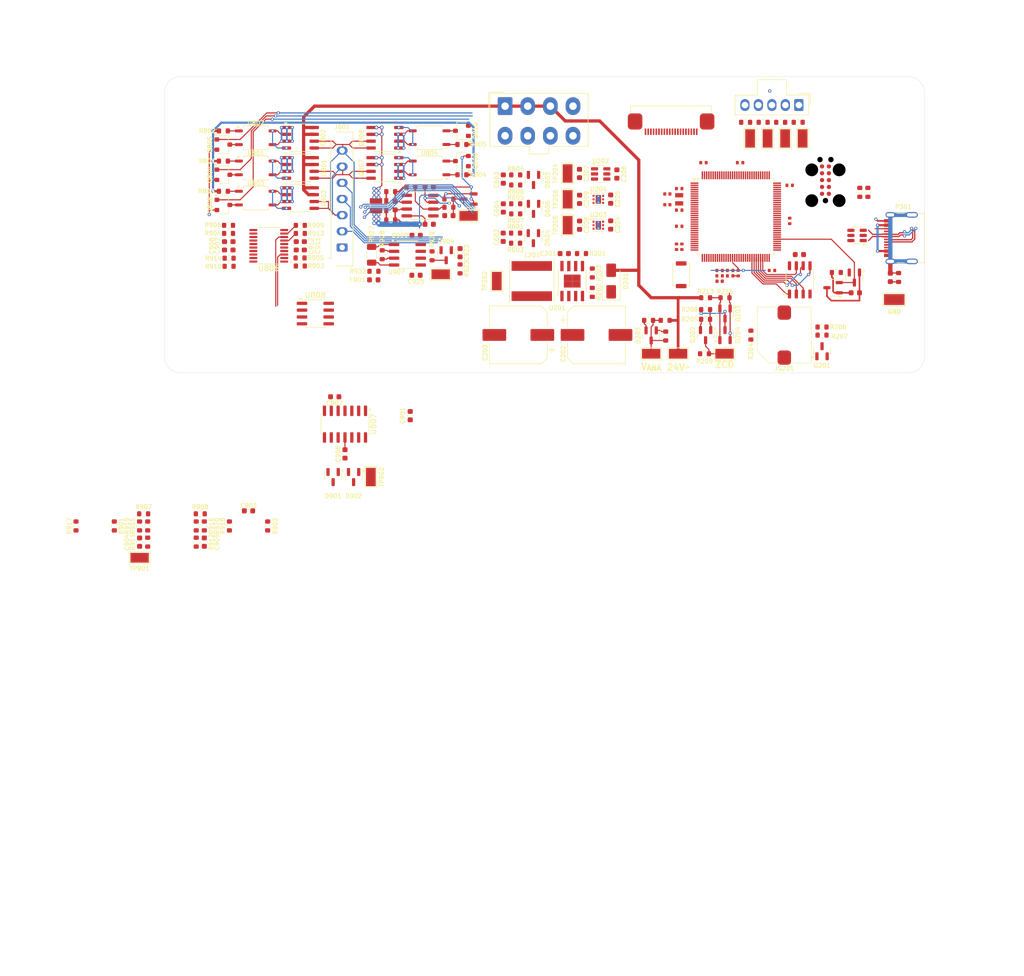
<source format=kicad_pcb>
(kicad_pcb (version 20240108) (generator "pcbnew") (generator_version "8.0")
  (title_block (comment 4 "AISLER Project ID: QLDQLHVY"))
  (layers (0 "F.Cu" signal) (31 "B.Cu" signal) (34 "B.Paste" user) (35 "F.Paste" user) (36 "B.SilkS" user "B.Silkscreen") (37 "F.SilkS" user "F.Silkscreen") (38 "B.Mask" user) (39 "F.Mask" user) (44 "Edge.Cuts" user))
  (net 0 "")
  (net 1 "GND")
  (net 2 "Net-(U202-C1-)")
  (net 3 "Net-(D201-K)")
  (net 4 "Net-(U202-C1+)")
  (net 5 "+8V")
  (net 6 "+5V")
  (net 7 "+3V3")
  (net 8 "-5V")
  (net 9 "/mcu/~{RESET}")
  (net 10 "VDDA")
  (net 11 "/mcu/LSE_OUT")
  (net 12 "/mcu/LSE_IN")
  (net 13 "/Channel0/_iron_sense")
  (net 14 "/Channel0/_handle_id")
  (net 15 "/Channel0/_stand_sense")
  (net 16 "/Channel0/_tip_change")
  (net 17 "/Channel0/I_{LOAD}")
  (net 18 "24V_{AC}")
  (net 19 "/Supply/T_{AMB}")
  (net 20 "/Supply/V_{ANA}")
  (net 21 "Net-(U201-SW)")
  (net 22 "/Channel0/handle_id")
  (net 23 "/Channel0/stand_sense")
  (net 24 "/Channel0/tip_change")
  (net 25 "/Channel0/I_{LEAK}")
  (net 26 "Earth")
  (net 27 "Net-(Q801A-G)")
  (net 28 "/mcu/DBG_TX")
  (net 29 "/mcu/DBG_RX")
  (net 30 "/mcu/SWDCLK")
  (net 32 "/mcu/SWO")
  (net 33 "/mcu/SWDIO")
  (net 34 "/Display/AUDIO_OUT")
  (net 35 "/Display/GPIO0")
  (net 38 "/Display/QSPI_IO3")
  (net 40 "/Display/SPI_MISO")
  (net 41 "/Display/QSPI_IO2")
  (net 42 "/Display/QSPI_CLK")
  (net 43 "/Display/~{PD}")
  (net 45 "/Display/SPI_MOSI")
  (net 46 "/Display/~{INT}")
  (net 47 "/Display/QSPI_CS")
  (net 48 "/Channel0/TC")
  (net 49 "/Channel0/LOAD")
  (net 50 "/Channel0/COM")
  (net 51 "/External connection/EXT_1")
  (net 52 "/External connection/EXT_2")
  (net 53 "/External connection/EXT_0")
  (net 54 "/External connection/EXT_3")
  (net 55 "Net-(JS201--)")
  (net 56 "VBUS")
  (net 57 "/mcu/_D-")
  (net 58 "/mcu/_D+")
  (net 60 "Net-(P301-CC2)")
  (net 61 "Net-(P301-SHIELD)")
  (net 63 "Net-(Q201-G)")
  (net 64 "Net-(Q202-B)")
  (net 65 "/Supply/ZCD")
  (net 66 "Net-(Q203-E)")
  (net 67 "Net-(Q203-C)")
  (net 68 "Net-(P301-CC1)")
  (net 69 "Net-(Q801A-S)")
  (net 70 "Net-(Q802A-G)")
  (net 71 "Net-(Q802A-S)")
  (net 72 "Net-(Q803A-G)")
  (net 73 "Net-(Q803A-S)")
  (net 74 "Net-(Q804-C)")
  (net 75 "Net-(Q805-C)")
  (net 76 "Net-(Q806-C)")
  (net 77 "/Channel0/channel_meas/CURRENT")
  (net 78 "Net-(Q807A-G)")
  (net 79 "Net-(Q807A-S)")
  (net 80 "Net-(Q808A-S)")
  (net 81 "/Channel0/LOW_SIDE_LOAD")
  (net 82 "/Channel0/LOW_SIDE_COM")
  (net 83 "Net-(Q808A-G)")
  (net 84 "Net-(Q809-C)")
  (net 85 "Net-(Q810-C)")
  (net 86 "/Supply/Buzzer")
  (net 87 "Net-(R803-Pad2)")
  (net 88 "Net-(R804-Pad2)")
  (net 89 "Net-(R805-Pad2)")
  (net 90 "Net-(R901-Pad2)")
  (net 91 "Net-(U906A--)")
  (net 92 "/Channel0/channel_meas/tip0_m")
  (net 93 "/Channel0/channel_meas/tip0_p")
  (net 94 "/Channel0/channel_meas/tip1_m")
  (net 95 "Net-(R801-Pad2)")
  (net 96 "Net-(R802-Pad2)")
  (net 97 "Net-(U906A-+)")
  (net 98 "/mcu/D-")
  (net 99 "/mcu/D+")
  (net 100 "/mcu/QSPI_IO2")
  (net 101 "/mcu/QSPI_IO0")
  (net 102 "/mcu/QSPI_NCS")
  (net 103 "/mcu/QSPI_IO1")
  (net 104 "/mcu/QSPI_IO3")
  (net 105 "/mcu/QSPI_CLK")
  (net 108 "/Channel0/COM_SW")
  (net 109 "/Channel0/LOAD0_SW")
  (net 110 "/Channel0/SEL1_{a}")
  (net 111 "/Channel0/SEL2_{a}")
  (net 113 "/Channel0/LOAD1_SW")
  (net 114 "/Channel0/SEL1_{b}")
  (net 121 "/Channel0/channel_meas/tip1_p")
  (net 122 "/Channel0/SEL2_{b}")
  (net 123 "/Channel0/T_{TIP}_{a}")
  (net 124 "/Channel0/T_{TIP}_{b}")
  (net 178 "Net-(U201-BOOT)")
  (net 179 "Net-(U205-VDD)")
  (net 180 "Net-(U907-+)")
  (net 181 "Net-(U201-FB)")
  (net 182 "Net-(U201-RT{slash}SYNC)")
  (net 183 "Net-(R902-Pad2)")
  (net 184 "Net-(U806-S1A)")
  (net 185 "Net-(U806-S3A)")
  (net 186 "Net-(U806-S1B)")
  (net 187 "Net-(U806-S3B)")
  (net 188 "Net-(U806-S2A)")
  (net 189 "Net-(U806-S4A)")
  (net 190 "Net-(R911-Pad1)")
  (net 191 "Net-(R912-Pad1)")
  (net 192 "Net-(U806-S2B)")
  (net 193 "Net-(U806-S4B)")
  (net 194 "Net-(U807D-+)")
  (net 195 "Net-(R921-Pad2)")
  (net 196 "Net-(R924-Pad1)")
  (net 197 "Net-(R925-Pad3)")
  (net 198 "Net-(R928-Pad2)")
  (net 199 "Net-(R928-Pad1)")
  (net 200 "Net-(R929-Pad2)")
  (net 202 "/mcu/Channel0_iron")
  (net 203 "Net-(U807D--)")
  (net 204 "Net-(U808B-+)")
  (net 205 "Net-(U808B--)")
  (footprint "Capacitor_SMD:C_0603_1608Metric" (layer "F.Cu") (at 135.675 86.885 180)
    (property "Reference" "C925")
    (property "Value" "100n")
  )
  (footprint "Resistor_SMD:R_0603_1608Metric" (layer "F.Cu") (at 203.325 58.5)
    (property "Reference" "R502" (hide yes))
    (property "Value" "4k7")
  )
  (footprint "TestPoint:TestPoint_Keystone_5015_Micro-Minature" (layer "F.Cu") (at 84.4 139.325 180)
    (property "Reference" "TP901")
    (property "Value" "T_{TIP}")
  )
  (footprint "Resistor_SMD:R_0603_1608Metric" (layer "F.Cu") (at 95.65 131.175 180)
    (property "Reference" "R908")
    (property "Value" "2k7")
  )
  (footprint "Resistor_SMD:R_0603_1608Metric" (layer "F.Cu") (at 101.055 133.425 -90)
    (property "Reference" "R918")
    (property "Value" "590k")
  )
  (footprint "mylib_ic:SOP-4_3.8x4.1mm_P2.54mm" (layer "F.Cu") (at 138.190026 66.97 180)
    (property "Reference" "U804")
    (property "Value" "VOM1271")
  )
  (footprint "Resistor_SMD:R_0603_1608Metric" (layer "F.Cu") (at 197.8 98 90)
    (property "Reference" "R204")
    (property "Value" "4k7")
  )
  (footprint "Package_SO:SOP-8_3.9x4.9mm_P1.27mm" (layer "F.Cu") (at 206.865 87.75 90)
    (property "Reference" "U303" (hide yes))
    (property "Value" "MX25R3235FM1xx0")
  )
  (footprint "Package_TO_SOT_SMD:SOT-23" (layer "F.Cu") (at 157.45 80 -90)
    (property "Reference" "D604")
    (property "Value" "BAT54SFILM")
  )
  (footprint "Capacitor_SMD:C_0603_1608Metric" (layer "F.Cu") (at 96.4 136.425 90)
    (property "Reference" "C905")
    (property "Value" "1n")
  )
  (footprint "Resistor_SMD:R_0603_1608Metric" (layer "F.Cu") (at 225.2 87.3 -90)
    (property "Reference" "R303" (hide yes))
    (property "Value" "1M")
  )
  (footprint "Resistor_SMD:R_0603_1608Metric" (layer "F.Cu") (at 211 96.5 180)
    (property "Reference" "R206")
    (property "Value" "100")
  )
  (footprint "TestPoint:TestPoint_Keystone_5015_Micro-Minature" (layer "F.Cu") (at 163.8125 77.6 90)
    (property "Reference" "TP205")
    (property "Value" "12V")
  )
  (footprint "Package_TO_SOT_SMD:SC-59" (layer "F.Cu") (at 144.190026 65.7 180)
    (property "Reference" "Q809")
    (property "Value" "DTD123EK")
  )
  (footprint "Resistor_SMD:R_0603_1608Metric" (layer "F.Cu") (at 100.9 77.625)
    (property "Reference" "R906")
    (property "Value" "22k6")
  )
  (footprint "Resistor_SMD:R_0603_1608Metric" (layer "F.Cu") (at 218 71.5 -90)
    (property "Reference" "R301" (hide yes))
    (property "Value" "0")
  )
  (footprint "Resistor_SMD:R_0603_1608Metric" (layer "F.Cu") (at 154.15 79.0625 180)
    (property "Reference" "R601")
    (property "Value" "4k7")
  )
  (footprint "Resistor_SMD:R_0603_1608Metric" (layer "F.Cu") (at 144.190026 62.62 180)
    (property "Reference" "R805")
    (property "Value" "470")
  )
  (footprint "Package_TO_SOT_SMD:SOT-23" (layer "F.Cu") (at 141.275 83.1725 -90)
    (property "Reference" "D904")
    (property "Value" "BAT54SFILM")
  )
  (footprint "Capacitor_SMD:C_0603_1608Metric" (layer "F.Cu") (at 100.15 81.425 90)
    (property "Reference" "C908")
    (property "Value" "1u")
  )
  (footprint "TestPoint:TestPoint_Keystone_5015_Micro-Minature" (layer "F.Cu") (at 163.8125 72.8 90)
    (property "Reference" "TP206")
    (property "Value" "12V")
  )
  (footprint "Package_TO_SOT_SMD:SOT-23" (layer "F.Cu") (at 211 101 90)
    (property "Reference" "Q201")
    (property "Value" "T2N7002AK")
  )
  (footprint "Resistor_SMD:R_0402_1005Metric" (layer "F.Cu") (at 195.45 86.5 -90)
    (property "Reference" "C304" (hide yes))
    (property "Value" "100n")
  )
  (footprint "Connector_Molex:Molex_Mini-Fit_Jr_5566-08A_2x04_P4.20mm_Vertical" (layer "F.Cu") (at 152.2 55.5)
    (property "Reference" "J201" (hide yes))
    (property "Value" "Conn_02x04_Counter_Clockwise")
  )
  (footprint "Resistor_SMD:R_0603_1608Metric" (layer "F.Cu") (at 94.9 136.425 -90)
    (property "Reference" "R912")
    (property "Value" "2k2")
  )
  (footprint "Resistor_SMD:R_0603_1608Metric" (layer "F.Cu") (at 189.4 93.2625 180)
    (property "Reference" "R208")
    (property "Value" "10k")
  )
  (footprint "Package_TO_SOT_SMD:SOT-23" (layer "F.Cu") (at 193 94 -90)
    (property "Reference" "Q203")
    (property "Value" "BC847A")
  )
  (footprint "Resistor_SMD:R_0603_1608Metric" (layer "F.Cu") (at 189.4 91.0625)
    (property "Reference" "R213")
    (property "Value" "22k")
  )
  (footprint "Capacitor_SMD:C_0402_1005Metric" (layer "F.Cu") (at 182.3 73.8 180)
    (property "Reference" "C317" (hide yes))
    (property "Value" "9p")
  )
  (footprint "Capacitor_SMD:C_0603_1608Metric" (layer "F.Cu") (at 138.125026 77.42)
    (property "Reference" "C924" (hide yes))
    (property "Value" "100n")
  )
  (footprint "Package_SO:SOIC-14_3.9x8.7mm_P1.27mm" (layer "F.Cu") (at 122.5 114.525 -90)
    (property "Reference" "U807")
    (property "Value" "OPA4186")
  )
  (footprint "Resistor_SMD:R_0603_1608Metric" (layer "F.Cu") (at 84.4 133.425 -90)
    (property "Reference" "R919")
    (property "Value" "2k7")
  )
  (footprint "Capacitor_SMD:C_0603_1608Metric" (layer "F.Cu") (at 113.4625 81.425 90)
    (property "Reference" "C912")
    (property "Value" "100n")
  )
  (footprint "Resistor_SMD:R_0603_1608Metric" (layer "F.Cu") (at 101 85.225)
    (property "Reference" "R910")
    (property "Value" "22k6")
  )
  (footprint "Resistor_SMD:R_0402_1005Metric" (layer "F.Cu") (at 184.5 77.8 180)
    (property "Reference" "C319" (hide yes))
    (property "Value" "100n")
  )
  (footprint "Resistor_SMD:R_0603_1608Metric" (layer "F.Cu") (at 94.9 133.425 -90)
    (property "Reference" "R916")
    (property "Value" "22k6")
  )
  (footprint "Capacitor_SMD:C_0603_1608Metric" (layer "F.Cu") (at 206.8 83.05)
    (property "Reference" "C316" (hide yes))
    (property "Value" "100n")
  )
  (footprint "TestPoint:TestPoint_Keystone_5015_Micro-Minature" (layer "F.Cu") (at 184.3 101.4625)
    (property "Reference" "TP201" (hide yes))
    (property "Value" "24V~")
  )
  (footprint "TestPoint:TestPoint_Keystone_5015_Micro-Minature" (layer "F.Cu") (at 150.66 87.97 90)
    (property "Reference" "TP202")
    (property "Value" "12V" (hide yes))
  )
  (footprint "Capacitor_SMD:C_0603_1608Metric" (layer "F.Cu") (at 84.4 136.425 90)
    (property "Reference" "C904")
    (property "Value" "1n")
  )
  (footprint "Package_TO_SOT_SMD:SOT-23-3" (layer "F.Cu") (at 213.05 89.2 180)
    (property "Reference" "U205" (hide yes))
    (property "Value" "MCP9701T-E/TT")
  )
  (footprint "Inductor_SMD:L_0402_1005Metric" (layer "F.Cu") (at 192.005 88)
    (property "Reference" "L301" (hide yes))
    (property "Value" "600R@100MHz")
  )
  (footprint "Resistor_SMD:R_0603_1608Metric" (layer "F.Cu") (at 181.9 95.2625 180)
    (property "Reference" "R211" (hide yes))
    (property "Value" "1M15")
  )
  (footprint "Resistor_SMD:R_0603_1608Metric" (layer "F.Cu") (at 154.175 68.2625 180)
    (property "Reference" "R604")
    (property "Value" "4k7")
  )
  (footprint "Resistor_SMD:R_0603_1608Metric" (layer "F.Cu") (at 99.940026 60.1)
    (property "Reference" "R802")
    (property "Value" "470")
  )
  (footprint "Capacitor_SMD:C_0603_1608Metric" (layer "F.Cu") (at 141.775026 75.82 180)
    (property "Reference" "C922" (hide yes))
    (property "Value" "1n")
  )
  (footprint "Package_SON:WSON-6-1EP_2x2mm_P0.65mm_EP1x1.6mm_ThermalVias" (layer "F.Cu") (at 169.5 72.8)
    (property "Reference" "U204")
    (property "Value" "TLV76750DRVx")
  )
  (footprint "Package_SO:SOIC-8_3.9x4.9mm_P1.27mm" (layer "F.Cu") (at 134.075 83.085)
    (property "Reference" "U907")
    (property "Value" "INA826")
  )
  (footprint "Resistor_SMD:R_0603_1608Metric" (layer "F.Cu") (at 85.9 136.425 -90)
    (property "Reference" "R911")
    (property "Value" "2k2")
  )
  (footprint "Package_TO_SOT_SMD:SOT-23" (layer "F.Cu") (at 157.475 74.5625 -90)
    (property "Reference" "D606")
    (property "Value" "BAT54SFILM")
  )
  (footprint "mylib_connector:TC-2050" (layer "F.Cu") (at 211.635 73.04 90)
    (property "Reference" "J301" (hide yes))
    (property "Value" "TC-2050")
  )
  (footprint "TestPoint:TestPoint_Keystone_5015_Micro-Minature" (layer "F.Cu") (at 192.9125 101.4625 180)
    (property "Reference" "TP207" (hide yes))
    (property "Value" "ZCD")
  )
  (footprint "Capacitor_SMD:C_0603_1608Metric" (layer "F.Cu") (at 134.6 112.95 90)
    (property "Reference" "C901")
    (property "Value" "100n")
  )
  (footprint "Capacitor_SMD:C_0603_1608Metric" (layer "F.Cu") (at 101.725 81.425 90)
    (property "Reference" "C907")
    (property "Value" "100n")
  )
  (footprint "Resistor_SMD:R_0603_1608Metric" (layer "F.Cu") (at 196.825 58.5)
    (property "Reference" "R504" (hide yes))
    (property "Value" "4k7")
  )
  (footprint "Capacitor_SMD:C_0603_1608Metric" (layer "F.Cu") (at 135.7 79.485 180)
    (property "Reference" "C919")
    (property "Value" "100n")
  )
  (footprint "Package_SO:SO-8_3.9x4.9mm_P1.27mm" (layer "F.Cu") (at 114.215026 66.97)
    (property "Reference" "Q801")
    (property "Value" "Q_Dual_NMOS")
  )
  (footprint "Resistor_SMD:R_0603_1608Metric" (layer "F.Cu") (at 114.1625 83.675 180)
    (property "Reference" "R905")
    (property "Value" "22k6")
  )
  (footprint "Resistor_SMD:R_0603_1608Metric" (layer "F.Cu") (at 85.15 131.175)
    (property "Reference" "R907")
    (property "Value" "2k7")
  )
  (footprint "Resistor_SMD:R_0402_1005Metric" (layer "F.Cu") (at 193.95 87)
    (property "Reference" "C314" (hide yes))
    (property "Value" "100n")
  )
  (footprint "Resistor_SMD:R_0603_1608Metric" (layer "F.Cu") (at 193 91.0625)
    (property "Reference" "R215")
    (property "Value" "1M")
  )
  (footprint "Resistor_SMD:R_0603_1608Metric" (layer "F.Cu") (at 182 98.175 90)
    (property "Reference" "R214" (hide yes))
    (property "Value" "100k")
  )
  (footprint "Package_TO_SOT_SMD:SC-59" (layer "F.Cu") (at 99.940026 62.64)
    (property "Reference" "Q805")
    (property "Value" "DTD123EK")
  )
  (footprint "Resistor_SMD:R_0603_1608Metric" (layer "F.Cu") (at 127.875 86.15)
    (property "Reference" "R932")
    (property "Value" "1M")
  )
  (footprint "Resistor_SMD:R_0402_1005Metric" (layer "F.Cu") (at 192 86)
    (property "Reference" "C311" (hide yes))
    (property "Value" "10n")
  )
  (footprint "Resistor_SMD:R_0402_1005Metric" (layer "F.Cu") (at 201.71 86)
    (property "Reference" "C305" (hide yes))
    (property "Value" "100n")
  )
  (footprint "Resistor_SMD:R_0402_1005Metric" (layer "F.Cu") (at 205 76.8 -90)
    (property "Reference" "C306" (hide yes))
    (property "Value" "100n")
  )
  (footprint "Resistor_SMD:R_0402_1005Metric" (layer "F.Cu") (at 189 66)
    (property "Reference" "C301" (hide yes))
    (property "Value" "100n")
  )
  (footprint "Resistor_SMD:R_0603_1608Metric" (layer "F.Cu") (at 96.4 133.425 -90)
    (property "Reference" "R920")
    (property "Value" "2k7")
  )
  (footprint "Capacitor_SMD:C_0603_1608Metric" (layer "F.Cu") (at 163.18 82.8675)
    (property "Reference" "C201")
    (property "Value" "100n")
  )
  (footprint "Capacitor_SMD:C_0603_1608Metric" (layer "F.Cu") (at 151.875 69.0375 -90)
    (property "Reference" "C603")
    (property "Value" "100n")
  )
  (footprint "Resistor_SMD:R_0402_1005Metric" (layer "F.Cu") (at 184.5 70.8 180)
    (property "Reference" "C310" (hide yes))
    (property "Value" "100n")
  )
  (footprint "Capacitor_SMD:C_0603_1608Metric" (layer "F.Cu") (at 217.175 90.15)
    (property "Reference" "C210" (hide yes))
    (property "Value" "1u")
  )
  (footprint "TestPoint:TestPoint_Keystone_5015_Micro-Minature" (layer "F.Cu") (at 179.3 101.4625)
    (property "Reference" "TP208" (hide yes))
    (property "Value" "V_{ANA}")
  )
  (footprint "Resistor_SMD:R_0603_1608Metric" (layer "F.Cu") (at 189.2 101.4625 180)
    (property "Reference" "R209")
    (property "Value" "10k")
  )
  (footprint "Resistor_SMD:R_Shunt_Vishay_WSKW0612" (layer "F.Cu") (at 128.825026 73.97)
    (property "Reference" "R925" (hide yes))
    (property "Value" "5m")
  )
  (footprint "Package_SO:SO-8_3.9x4.9mm_P1.27mm" (layer "F.Cu") (at 129.915026 61.37 180)
    (property "Reference" "Q808")
    (property "Value" "Q_Dual_NMOS")
  )
  (footprint "Diode_SMD:D_SMA" (layer "F.Cu") (at 171.88 87.97 90)
    (property "Reference" "D201")
    (property "Value" "STPS2H100A")
  )
  (footprint "Capacitor_SMD:C_0603_1608Metric" (layer "F.Cu") (at 151.875 74.4 -90)
    (property "Reference" "C604")
    (property "Value" "100n")
  )
  (footprint "Capacitor_SMD:C_0603_1608Metric" (layer "F.Cu") (at 151.85 79.8375 -90)
    (property "Reference" "C602")
    (property "Value" "100n")
  )
  (footprint "Package_TO_SOT_SMD:SOT-23" (layer "F.Cu") (at 120.3 124.35 -90)
    (property "Reference" "D901")
    (property "Value" "BAT54SFILM")
  )
  (footprint "Resistor_SMD:R_0603_1608Metric" (layer "F.Cu") (at 141.775026 72.745)
    (property "Reference" "R922" (hide yes))
    (property "Value" "3k3")
  )
  (footprint "mylib_connector:USB_C_Receptacle_Molex_C_24P_SMD_RA" (layer "F.Cu") (at 223.095 80 90)
    (property "Reference" "P301")
    (property "Value" "USB_C_Plug_USB2.0")
  )
  (footprint "Package_SON:WSON-6-1EP_2x2mm_P0.65mm_EP1x1.6mm_ThermalVias" (layer "F.Cu") (at 169.5 77.6)
    (property "Reference" "U203")
    (property "Value" "TLV76733DRVx")
  )
  (footprint "TestPoint:TestPoint_Keystone_5015_Micro-Minature" (layer "F.Cu") (at 140.25 86.71 180)
    (property "Reference" "TP904" (hide yes))
    (property "Value" "I_{LEAK}")
  )
  (footprint "Resistor_SMD:R_0603_1608Metric" (layer "F.Cu") (at 99.940026 65.7)
    (property "Reference" "R801")
    (property "Value" "470")
  )
  (footprint "TestPoint:TestPoint_Keystone_5015_Micro-Minature" (layer "F.Cu") (at 207.4 61.5 90)
    (property "Reference" "TP501" (hide yes))
    (property "Value" "EXT2" (hide yes))
  )
  (footprint "Connector_Molex:Molex_Nano-Fit_105309-xx05_1x05_P2.50mm_Vertical" (layer "F.Cu") (at 206.7 55.3 -90)
    (property "Reference" "J501" (hide yes))
    (property "Value" "Conn_01x05")
  )
  (footprint "TestPoint:TestPoint_Keystone_5015_Micro-Minature" (layer "F.Cu") (at 204.15 61.5 -90)
    (property "Reference" "TP502" (hide yes))
    (property "Value" "EXT3" (hide yes))
  )
  (footprint "Package_TO_SOT_SMD:SOT-23" (layer "F.Cu") (at 145.425026 72.745 180)
    (property "Reference" "D903" (hide yes))
    (property "Value" "BAT54SFILM")
  )
  (footprint "Capacitor_SMD:C_0603_1608Metric" (layer "F.Cu") (at 143.85 82.71 90)
    (property "Reference" "C923")
    (property "Value" "1n")
  )
  (footprint "Resistor_SMD:R_0603_1608Metric" (layer "F.Cu") (at 101 83.725)
    (property "Reference" "R914")
    (property "Value" "22k6")
  )
  (footprint "mylib_connector:FPC_BOTTOM_20POS_Würth_68712014522" (layer "F.Cu") (at 183 60.25 180)
    (property "Reference" "J401" (hide yes))
    (property "Value" "Conn_01x20")
  )
  (footprint "Package_TO_SOT_SMD:SOT-23" (layer "F.Cu") (at 217 87.3125 -90)
    (property "Reference" "D202" (hide yes))
    (property "Value" "BAT54SFILM")
  )
  (footprint "Package_TO_SOT_SMD:SOT-23" (layer "F.Cu") (at 193 98 90)
    (property "Reference" "Q204")
    (property "Value" "BC847A")
  )
  (footprint "TestPoint:TestPoint_Keystone_5015_Micro-Minature" (layer "F.Cu") (at 197.65 61.5 -90)
    (property "Reference" "TP504" (hide yes))
    (property "Value" "EXT5" (hide yes))
  )
  (footprint "Package_TO_SOT_SMD:SOT-23" (layer "F.Cu") (at 157.475 69.2 -90)
    (property "Reference" "D605")
    (property "Value" "BAT54SFILM")
  )
  (footprint "Package_TO_SOT_SMD:SC-59" (layer "F.Cu") (at 99.940026 73.84)
    (property "Reference" "Q806")
    (property "Value" "DTD123EK")
  )
  (footprint "Resistor_SMD:R_0402_1005Metric" (layer "F.Cu") (at 193.95 86)
    (property "Reference" "C313" (hide yes))
    (property "Value" "1u")
  )
  (footprint "Package_TO_SOT_SMD:SOT-23-6" (layer "F.Cu") (at 169.9375 68.0875)
    (property "Reference" "U202")
    (property "Value" "LM2776")
  )
  (footprint "Package_TO_SOT_SMD:SOT-23-6" (layer "F.Cu") (at 217.5 79.5 180)
    (property "Reference" "U301" (hide yes))
    (property "Value" "USBLC6-2SC6")
  )
  (footprint "Package_SO:SOIC-8_3.9x4.9mm_P1.27mm" (layer "F.Cu") (at 117 94)
    (property "Reference" "U808")
    (property "Value" "OPA2277")
  )
  (footprint "Resistor_SMD:R_0603_1608Metric" (layer "F.Cu") (at 168.38 90.0675 90)
    (property "Reference" "R202")
    (property "Value" "25k5")
  )
  (footprint "Package_SO:SO-8_3.9x4.9mm_P1.27mm" (layer "F.Cu") (at 114.215026 61.37)
    (property "Reference" "Q802")
    (property "Value" "Q_Dual_NMOS")
  )
  (footprint "Resistor_SMD:R_0603_1608Metric" (layer "F.Cu") (at 114.2125 79.125 180)
    (property "Reference" "R913")
    (property "Value" "22k6")
  )
  (footprint "Resistor_SMD:R_0603_1608Metric" (layer "F.Cu") (at 143.85 85.71 90)
    (property "Reference" "R923")
    (property "Value" "3k3")
  )
  (footprint "Button_Switch_SMD:SW_Push_SPST_NO_Alps_SKRK" (layer "F.Cu") (at 184.87 86.8 90)
    (property "Reference" "SW301" (hide yes))
    (property "Value" "SW_Push")
  )
  (footprint "Capacitor_SMD:C_0603_1608Metric" (layer "F.Cu") (at 172.9375 68.1 90)
    (property "Reference" "C206")
    (property "Value" "1u")
  )
  (footprint "mylib_common:CP_Elec_10x10.5_A768" (layer "F.Cu") (at 169.16 97.97)
    (property "Reference" "C202")
    (property "Value" "100u")
  )
  (footprint "Capacitor_SMD:C_0603_1608Metric" (layer "F.Cu") (at 171.79 72.7625 -90)
    (property "Reference" "C205")
    (property "Value" "1u")
  )
  (footprint "Resistor_SMD:R_0603_1608Metric" (layer "F.Cu") (at 144.190026 68.24 180)
    (property "Reference" "R804")
    (property "Value" "470")
  )
  (footprint "Resistor_SMD:R_1206_3216Metric" (layer "F.Cu") (at 127.45 83.085 -90)
    (property "Reference" "R927")
    (property "Value" "150m")
  )
  (footprint "Resistor_SMD:R_0603_1608Metric" (layer "F.Cu") (at 138.65 83.285 90)
    (property "Reference" "R929")
    (property "Value" "3k3")
  )
  (footprint "Resistor_SMD:R_0603_1608Metric" (layer "F.Cu") (at 79.705 133.425 -90)
    (property "Reference" "R901")
    (property "Value" "590k")
  )
  (footprint "Package_SO:TSSOP-20_4.4x6.5mm_P0.65mm" (layer "F.Cu") (at 108.3625 81.425 180)
    (property "Reference" "U806")
    (property "Value" "TMUX6234")
  )
  (footprint "Resistor_SMD:R_0402_1005Metric" (layer "F.Cu") (at 185 81.6 90)
    (property "Reference" "C303" (hide yes))
    (property "Value" "100n")
  )
  (footprint "Capacitor_SMD:C_0603_1608Metric" (layer "F.Cu") (at 138.125026 70.52)
    (property "Reference" "C920" (hide yes))
    (property "Value" "100n")
  )
  (footprint "TestPoint:TestPoint_Keystone_5015_Micro-Minature" (layer "F.Cu") (at 145.425026 75.87 180)
    (property "Reference" "TP903" (hide yes))
    (property "Value" "I_{LOAD}")
  )
  (footprint "Resistor_SMD:R_0603_1608Metric" (layer "F.Cu") (at 114.2125 77.625 180)
    (property "Reference" "R909")
    (property "Value" "22k6")
  )
  (footprint "Capacitor_SMD:C_0603_1608Metric" (layer "F.Cu") (at 120.6 109.45)
    (property "Reference" "C902")
    (property "Value" "47p")
  )
  (footprint "mylib_ic:SOP-4_3.8x4.1mm_P2.54mm" (layer "F.Cu") (at 105.940026 66.97)
    (property "Reference" "U801")
    (property "Value" "VOM1271")
  )
  (footprint "Resistor_SMD:R_0603_1608Metric" (layer "F.Cu") (at 211 98)
    (property "Reference" "R207")
    (property "Value" "4k7")
  )
  (footprint "Resistor_SMD:R_0603_1608Metric" (layer "F.Cu") (at 213.65 86.375)
    (property "Reference" "R210" (hide yes))
    (property "Value" "200")
  )
  (footprint "Fuse:Fuse_0603_1608Metric" (layer "F.Cu") (at 127.8375 87.75)
    (property "Reference" "F901")
    (property "Value" "1.25A")
  )
  (footprint "Capacitor_SMD:C_0603_1608Metric" (layer "F.Cu") (at 114.9625 81.425 90)
    (property "Reference" "C911")
    (property "Value" "1u")
  )
  (footprint "Capacitor_SMD:C_0603_1608Metric" (layer "F.Cu") (at 122.5 120.05 -90)
    (property "Reference" "C906")
    (property "Value" "100n")
  )
  (footprint "mylib_ic:SMI-1027-T-5V-R" (layer "F.Cu") (at 204 98 90)
    (property "Reference" "JS201")
    (property "Value" "SMI-1027-T-5V-R")
  )
  (footprint "Resistor_SMD:R_0603_1608Metric" (layer "F.Cu") (at 166.38 82.8675)
    (property "Reference" "R201")
    (property "Value" "100k")
  )
  (footprint "Package_TO_SOT_SMD:SC-59" (layer "F.Cu") (at 144.190026 60.08 180)
    (property "Reference" "Q810")
    (property "Value" "DTD123EK")
  )
  (footprint "Package_TO_SOT_SMD:SOT-23" (layer "F.Cu") (at 179.3 98.0625 -90)
    (property "Reference" "D203")
    (property "Value" "BAT54SFILM")
  )
  (footprint "Package_TO_SOT_SMD:SOT-23" (layer "F.Cu") (at 124.1 124.35 -90)
    (property "Reference" "D902")
    (property "Value" "BAT54SFILM")
  )
  (footprint "Capacitor_SMD:C_0603_1608Metric" (layer "F.Cu") (at 166.0125 77.6 -90)
    (property "Reference" "C208")
    (property "Value" "10u")
  )
  (footprint "Resistor_SMD:R_0603_1608Metric" (layer "F.Cu") (at 154.175 70.1375 180)
    (property "Reference" "R606")
    (property "Value" "4k7")
  )
  (footprint "Resistor_SMD:R_0603_1608Metric" (layer "F.Cu") (at 99.940026 71.3)
    (property "Reference" "R803")
    (property "Value" "470")
  )
  (footprint "Resistor_SMD:R_0603_1608Metric" (layer "F.Cu") (at 189.4 95.0625)
    (property "Reference" "R205")
    (property "Value" "10k")
  )
  (footprint "Crystal:Crystal_SMD_MicroCrystal_CC8V-T1A-2Pin_2.0x1.2mm" (layer "F.Cu") (at 184.5 72.8 90)
    (property "Reference" "Y301" (hide yes))
    (property "Value" "32.768 kHz")
  )
  (footprint "Resistor_SMD:R_0603_1608Metric" (layer "F.Cu") (at 100.9 79.125)
    (property "Reference" "R904")
    (property "Value" "22k6")
  )
  (footprint "Package_SO:SO-8_3.9x4.9mm_P1.27mm" (layer "F.Cu") (at 129.915026 66.97 180)
    (property "Reference" "Q807")
    (property "Value" "Q_Dual_NMOS")
  )
  (footprint "Resistor_SMD:R_0402_1005Metric" (layer "F.Cu") (at 205 70.2)
    (property "Reference" "C307" (hide yes))
    (property "Value" "100n")
  )
  (footprint "Resistor_SMD:R_0603_1608Metric" (layer "F.Cu") (at 168.38 86.4675 -90)
    (property "Reference" "R203")
    (property "Value" "14k3")
  )
  (footprint "Resistor_SMD:R_0603_1608Metric" (layer "F.Cu") (at 114.2125 85.175 180)
    (property "Reference" "R903")
    (property "Value" "22k6")
  )
  (footprint "mylib_ic:SOP-4_3.8x4.1mm_P2.54mm" (layer "F.Cu") (at 105.940026 72.57)
    (property "Reference" "U803")
    (property "Value" "VOM1271")
  )
  (footprint "Resistor_SMD:R_0603_1608Metric" (layer "F.Cu") (at 200.075 58.5)
    (property "Reference" "R503" (hide yes))
    (property "Value" "4k7")
  )
  (footprint "Resistor_SMD:R_0603_1608Metric" (layer "F.Cu") (at 130.984026 71.37)
    (property "Reference" "R924" (hide yes))
    (property "Value" "20k")
  )
  (footprint "Resistor_SMD:R_0603_1608Metric" (layer "F.Cu") (at 85.9 133.425 -90)
    (property "Reference" "R915")
    (property "Value" "22k6")
  )
  (footprint "Package_TO_SOT_SMD:SOT-23" (layer "F.Cu") (at 189.4 98 -90)
    (property "Reference" "Q202")
    (property "Value" "BC858B")
  )
  (footprint "Capacitor_SMD:C_0603_1608Metric" (layer "F.Cu") (at 223.67 87.3 90)
    (property "Reference" "C315" (hide yes))
    (property "Value" "10n")
  )
  (footprint "Capacitor_SMD:C_0402_1005Metric" (layer "F.Cu") (at 182.3 71.8 180)
    (property "Reference" "C318" (hide yes))
    (property "Value" "9p")
  )
  (footprint "Resistor_SMD:R_0603_1608Metric" (layer "F.Cu") (at 134.725026 70.52)
    (property "Reference" "R921" (hide yes))
    (property "Value" "453k")
  )
  (footprint "Package_TO_SOT_SMD:SC-59" (layer "F.Cu") (at 99.940026 68.24)
    (property "Reference" "Q804")
    (property "Value" "DTD123EK")
  )
  (footprint "Capacitor_SMD:C_0603_1608Metric" (layer "F.Cu") (at 131.809026 73.97 -90)
    (property "Reference" "C921" (hide yes))
    (property "Value" "47p")
  )
  (footprint "Resistor_SMD:R_0603_1608Metric" (layer "F.Cu") (at 154.15 80.9375 180)
    (property "Reference" "R603")
    (property "Value" "4k7")
  )
  (footprint "Package_SO:SO-8_3.9x4.9mm_P1.27mm" (layer "F.Cu") (at 114.215026 72.57)
    (property "Reference" "Q803")
    (property "Value" "Q_Dual_NMOS")
  )
  (footprint "TestPoint:TestPoint_Keystone_5019_Minature" (layer "F.Cu") (at 224.4 91.4)
    (property "Reference" "TP203" (hide yes))
    (property "Value" "GND")
  )
  (footprint "Resistor_SMD:R_0402_1005Metric" (layer "F.Cu") (at 195.8 66)
    (property "Reference" "C308" (hide yes))
    (property "Value" "100n")
  )
  (footprint "Package_QFP:LQFP-128_14x14mm_P0.4mm" (layer "F.Cu") (at 195 76)
    (property "Reference" "U302" (hide yes))
    (property "Value" "STM32G474QETx")
  )
  (footprint "Resistor_SMD:R_0603_1608Metric" (layer "F.Cu") (at 154.175 75.5 180)
    (property "Reference" "R607")
    (property "Value" "4k7")
  )
  (footprint "Inductor_SMD:L_Taiyo-Yuden_NR-80xx" (layer "F.Cu") (at 157.16 87.97 -90)
    (property "Reference" "L201")
    (property "Value" "33u")
  )
  (footprint "Resistor_SMD:R_0603_1608Metric" (layer "F.Cu") (at 154.175 73.625 180)
    (property "Reference" "R605")
    (property "Value" "4k7")
  )
  (footprint "Package_SO:SOIC-8_3.9x4.9mm_P1.27mm" (layer "F.Cu") (at 136.425026 73.97)
    (property "Reference" "U906" (hide yes))
    (property "Value" "OPA202")
  )
  (footprint "Resistor_SMD:R_0603_1608Metric" (layer "F.Cu") (at 130.984026 76.62)
    (property "Reference" "R930" (hide yes))
    (property "Value" "20k")
  )
  (footprint "Package_SO:TI_SO-PowerPAD-8" (layer "F.Cu") (at 164.655 87.97 90)
    (property "Reference" "U201")
    (property "Value" "LMR38010")
  )
  (footprint "Capacitor_SMD:C_0603_1608Metric" (layer "F.Cu") (at 166.0125 72.8 -90)
    (property "Reference" "C209")
    (property "Value" "10u")
  )
  (footprint "Resistor_SMD:R_0402_1005Metric" (layer "F.Cu") (at 184.5 74.8 180)
    (property "Reference" "C302" (hide yes))
    (property "Value" "100n")
  )
  (footprint "mylib_ic:SOP-4_3.8x4.1mm_P2.54mm" (layer "F.Cu") (at 138.190026 61.35 180)
    (property "Reference" "U805" (hide yes))
    (property "Value" "VOM1271")
  )
  (footprint "Resistor_SMD:R_0603_1608Metric" (layer "F.Cu") (at 219.5 71.5 -90)
    (property "Reference" "R302" (hide yes))
    (property "Value" "0")
  )
  (footprint "Resistor_SMD:R_0603_1608Metric" (layer "F.Cu") (at 134.725026 77.42 180)
    (property "Reference" "R931" (hide yes))
    (property "Value" "453k")
  )
  (footprint "Resistor_SMD:R_0603_1608Metric" (layer "F.Cu") (at 178.825 95.2625)
    (property "Reference" "R212" (hide yes))
    (property "Value" "100k")
  )
  (footprint "Resistor_SMD:R_0603_1608Metric" (layer "F.Cu") (at 72.605 133.425 -90)
    (property "Reference" "R917")
    (property "Value" "590k")
  )
  (footprint "Resistor_SMD:R_0603_1608Metric" (layer "F.Cu") (at 108.155 133.425 -90)
    (property "Reference" "R902")
    (property "Value" "590k")
  )
  (footprint "Capacitor_SMD:C_0603_1608Metric" (layer "F.Cu") (at 104.605 130.625 180)
    (property "Reference" "C903")
    (property "Value" "47p")
  )
  (footprint "TestPoint:TestPoint_Keystone_5015_Micro-Minature" (layer "F.Cu") (at 163.8 68 90)
    (property "Reference" "TP204")
    (property "Value" "12V")
  )
  (footprint "Resistor_SMD:R_0603_1608Metric" (layer "F.Cu") (at 141.775026 74.27 180)
    (property "Reference" "R926" (hide yes))
    (property "Value" "3k3")
  )
  (footprint "Resistor_SMD:R_0603_1608Metric" (layer "F.Cu") (at 206.575 58.5)
    (property "Reference" "R501" (hide yes))
    (property "Value" "4k7")
  )
  (footprint "Resistor_SMD:R_0402_1005Metric" (layer "F.Cu") (at 192 87 180)
    (property "Reference" "C312" (hide yes))
    (property "Value" "1u")
  )
  (footprint "TestPoint:TestPoint_Keystone_5015_Micro-Minature" (layer "F.Cu") (at 127.3 124.35 90)
    (property "Reference" "TP902")
    (property "Value" "T_{TIP}")
  )
  (footprint "Capacitor_SMD:C_0603_1608Metric" (layer "F.Cu") (at 166 68 -90)
    (property "Reference" "C207")
    (property "Value" "10u")
  )
  (footprint "Capacitor_SMD:C_0603_1608Metric" (layer "F.Cu") (at 171.79 77.5625 -90)
    (property "Reference" "C204")
    (property "Value" "1u")
  )
  (footprint "mylib_common:CP_Elec_10x10.5_A768" (layer "F.Cu") (at 154.66 97.97 180)
    (property "Reference" "C203")
    (property "Value" "100u")
  )
  (footprint "mylib_ic:SOP-4_3.8x4.1mm_P2.54mm" (layer "F.Cu") (at 105.940026 61.37)
    (property "Reference" "U802")
    (property "Value" "VOM1271")
  )
  (footprint "TestPoint:TestPoint_Keystone_5015_Micro-Minature" (layer "F.Cu") (at 200.9 61.5 -90)
    (property "Reference" "TP503" (hide yes))
    (property "Value" "EXT4" (hide yes))
  )
  (footprint "Resistor_SMD:R_0402_1005Metric" (layer "F.Cu") (at 184 81.6 90)
    (property "Reference" "C309" (hide yes))
    (property "Value" "4u7")
  )
  (footprint "Connector_Molex:Molex_Micro-Fit_3.0_43650-0715_1x07_P3.00mm_Vertical" (layer "F.Cu") (at 121.975026 81.74 90)
    (property "Reference" "J601")
    (property "Value" "Conn_01x07")
  )
  (footprint "Resistor_SMD:R_0603_1608Metric" (layer "F.Cu") (at 129.4 83.085 -90)
    (property "Reference" "R928")
    (property "Value" "100")
  )
  (gr_arc (start 227 50) (mid 229.12132 50.87868) (end 230 53) (stroke (width 0.05)) (layer "Edge.Cuts"))
  (gr_line (start 89 102) (end 89 53) (stroke (width 0.05)) (layer "Edge.Cuts"))
  (gr_line (start 230 53) (end 230 102) (stroke (width 0.05)) (layer "Edge.Cuts"))
  (gr_arc (start 230 102) (mid 229.12132 104.12132) (end 227 105) (stroke (width 0.05)) (layer "Edge.Cuts"))
  (gr_arc (start 92 105) (mid 89.87868 104.12132) (end 89 102) (stroke (width 0.05)) (layer "Edge.Cuts"))
  (gr_line (start 227 105) (end 92 105) (stroke (width 0.05)) (layer "Edge.Cuts"))
  (gr_line (start 92 50) (end 227 50) (stroke (width 0.05)) (layer "Edge.Cuts"))
  (gr_arc (start 89 53) (mid 89.87868 50.87868) (end 92 50) (stroke (width 0.05)) (layer "Edge.Cuts"))
  (segment (start 212.7125 91.6) (end 211.9125 90.8) (width 0.3) (layer "F.Cu") (net 1))
  (segment (start 145.925026 72.72) (end 146.362526 73.1575) (width 0.2) (layer "F.Cu") (net 1))
  (segment (start 128.253526 74.855) (end 128.253526 75.1485) (width 0.2) (layer "F.Cu") (net 1))
  (segment (start 127.925026 77.22) (end 127.925026 76.42) (width 0.2) (layer "F.Cu") (net 1))
  (segment (start 193.95 92) (end 193.825 91.875) (width 0.2) (layer "F.Cu") (net 1))
  (segment (start 217.95 90.15) (end 217.95 91.5875) (width 0.3) (layer "F.Cu") (net 1))
  (segment (start 193.825 91.875) (end 193.825 91.0625) (width 0.2) (layer "F.Cu") (net 1))
  (segment (start 195.45 87.01) (end 194.47 87.01) (width 0.2) (layer "F.Cu") (net 1))
  (segment (start 128.725026 75.62) (end 128.725026 76.42) (width 0.2) (layer "F.Cu") (net 1))
  (segment (start 97.325026 74.79) (end 98.740026 74.79) (width 0.2) (layer "F.Cu") (net 1))
  (segment (start 181.275 97.35) (end 181.05 97.125) (width 0.2) (layer "F.Cu") (net 1))
  (segment (start 128.253526 74.855) (end 128.253526 75.2915) (width 0.2) (layer "F.Cu") (net 1))
  (segment (start 217.95 90.15) (end 217.95 86.375) (width 0.3) (layer "F.Cu") (net 1))
  (segment (start 97.755026 63.59) (end 98.740026 63.59) (width 0.2) (layer "F.Cu") (net 1))
  (segment (start 193.95 97.6625) (end 193.95 98.9375) (width 0.2) (layer "F.Cu") (net 1))
  (segment (start 193.95 97.6625) (end 193.95 93.0625) (width 0.2) (layer "F.Cu") (net 1))
  (segment (start 221.3 76.8) (end 221 76.5) (width 0.3) (layer "F.Cu") (net 1))
  (segment (start 97.325026 69.19) (end 97.325026 64.02) (width 0.2) (layer "F.Cu") (net 1))
  (segment (start 217.9625 91.6) (end 212.7125 91.6) (width 0.3) (layer "F.Cu") (net 1))
  (segment (start 144.595026 64.75) (end 145.390026 64.75) (width 0.2) (layer "F.Cu") (net 1))
  (segment (start 144.225026 65.12) (end 144.595026 64.75) (width 0.2) (layer "F.Cu") (net 1))
  (segment (start 97.325026 75.62) (end 97.325026 74.79) (width 0.2) (layer "F.Cu") (net 1))
  (segment (start 128.725026 76.42) (end 128.725026 77.22) (width 0.2) (layer "F.Cu") (net 1))
  (segment (start 181.05 97.125) (end 180.25 97.125) (width 0.2) (layer "F.Cu") (net 1))
  (segment (start 136.325026 78.12) (end 136.325026 77.42) (width 0.2) (layer "F.Cu") (net 1))
  (segment (start 193.95 93.0625) (end 193.95 92) (width 0.2) (layer "F.Cu") (net 1))
  (segment (start 193.825 91.0625) (end 193.825 90.175) (width 0.2) (layer "F.Cu") (net 1))
  (segment (start 128.253526 75.2915) (end 127.925026 75.62) (width 0.2) (layer "F.Cu") (net 1))
  (segment (start 128.253526 75.1485) (end 128.725026 75.62) (width 0.2) (layer "F.Cu") (net 1))
  (segment (start 97.325026 64.02) (end 97.755026 63.59) (width 0.2) (layer "F.Cu") (net 1))
  (segment (start 146.362526 73.1575) (end 146.362526 73.695) (width 0.2) (layer "F.Cu") (net 1))
  (segment (start 138.900026 70.52) (end 145.925026 70.52) (width 0.2) (layer "F.Cu") (net 1))
  (segment (start 127.925026 75.62) (end 127.925026 76.42) (width 0.2) (layer "F.Cu") (net 1))
  (segment (start 223.095 76.8) (end 221.3 76.8) (width 0.3) (layer "F.Cu") (net 1))
  (segment (start 211.9125 90.8) (end 211.9125 89.2) (width 0.3) (layer "F.Cu") (net 1))
  (segment (start 182 97.35) (end 181.275 97.35) (width 0.2) (layer "F.Cu") (net 1))
  (segment (start 97.325026 74.79) (end 97.325026 69.19) (width 0.2) (layer "F.Cu") (net 1))
  (segment (start 98.740026 69.19) (end 97.325026 69.19) (width 0.2) (layer "F.Cu") (net 1))
  (segment (start 135.550026 77.42) (end 136.325026 77.42) (width 0.2) (layer "F.Cu") (net 1))
  (via (at 128.725026 76.42) (size 0.7) (drill 0.4) (layers "F.Cu" "B.Cu") (net 1))
  (via (at 145.925026 72.72) (size 0.6) (drill 0.3) (layers "F.Cu" "B.Cu") (net 1))
  (via (at 136.325026 77.42) (size 0.6) (drill 0.3) (layers "F.Cu" "B.Cu") (net 1))
  (via (at 128.725026 75.62) (size 0.7) (drill 0.4) (layers "F.Cu" "B.Cu") (net 1))
  (via (at 97.325026 75.62) (size 0.6) (drill 0.3) (layers "F.Cu" "B.Cu") (net 1))
  (via (at 144.225026 65.12) (size 0.6) (drill 0.3) (layers "F.Cu" "B.Cu") (net 1))
  (via (at 221 76.5) (size 0.6) (drill 0.3) (layers "F.Cu" "B.Cu") (net 1))
  (via (at 145.925026 70.52) (size 0.6) (drill 0.3) (layers "F.Cu" "B.Cu") (net 1))
  (via (at 128.725026 77.22) (size 0.7) (drill 0.4) (layers "F.Cu" "B.Cu") (net 1))
  (via (at 127.925026 77.22) (size 0.7) (drill 0.4) (layers "F.Cu" "B.Cu") (net 1))
  (via (at 201.3 52.7) (size 0.6) (drill 0.3) (layers "F.Cu" "B.Cu") (net 1))
  (via (at 127.925026 75.62) (size 0.7) (drill 0.4) (layers "F.Cu" "B.Cu") (net 1))
  (via (at 127.925026 76.42) (size 0.7) (drill 0.4) (layers "F.Cu" "B.Cu") (net 1))
  (via (at 193.95 97.6625) (size 0.6) (drill 0.3) (layers "F.Cu" "B.Cu") (net 1))
  (via (at 143.725026 74.02) (size 0.6) (drill 0.3) (layers "F.Cu" "B.Cu") (net 1))
  (segment (start 145.925026 70.52) (end 145.925026 72.72) (width 0.2) (layer "B.Cu") (net 1))
  (segment (start 145.925026 70.52) (end 144.225026 68.82) (width 0.2) (layer "B.Cu") (net 1))
  (segment (start 136.725026 72.02) (end 140.025026 72.02) (width 0.2) (layer "B.Cu") (net 1))
  (segment (start 140.025026 72.02) (end 140.525026 72.52) (width 0.2) (layer "B.Cu") (net 1))
  (segment (start 142.225026 72.52) (end 143.725026 74.02) (width 0.2) (layer "B.Cu") (net 1))
  (segment (start 136.625026 72.12) (end 136.725026 72.02) (width 0.2) (layer "B.Cu") (net 1))
  (segment (start 136.325026 77.42) (end 136.325026 72.42) (width 0.2) (layer "B.Cu") (net 1))
  (segment (start 140.525026 72.52) (end 142.225026 72.52) (width 0.2) (layer "B.Cu") (net 1))
  (segment (start 128.925026 77.42) (end 128.725026 77.22) (width 1) (layer "B.Cu") (net 1))
  (segment (start 136.325026 72.42) (end 136.625026 72.12) (width 0.2) (layer "B.Cu") (net 1))
  (segment (start 136.325026 77.42) (end 128.925026 77.42) (width 1) (layer "B.Cu") (net 1))
  (segment (start 144.225026 68.82) (end 144.225026 65.12) (width 0.2) (layer "B.Cu") (net 1))
  (segment (start 137.740026 73.335) (end 138.900026 73.335) (width 0.2) (layer "F.Cu") (net 5))
  (segment (start 137.350026 72.57) (end 137.350026 72.945) (width 0.2) (layer "F.Cu") (net 5))
  (segment (start 98.025026 60.1) (end 99.115026 60.1) (width 0.4) (layer "F.Cu") (net 5))
  (segment (start 145.015026 62.62) (end 146.345026 62.62) (width 0.4) (layer "F.Cu") (net 5))
  (segment (start 137.350026 72.945) (end 137.740026 73.335) (width 0.2) (layer "F.Cu") (net 5))
  (segment (start 146.345026 68.24) (end 145.015026 68.24) (width 0.4) (layer "F.Cu") (net 5))
  (segment (start 98.025026 65.7) (end 99.115026 65.7) (width 0.4) (layer "F.Cu") (net 5))
  (segment (start 98.025026 71.3) (end 99.115026 71.3) (width 0.4) (layer "F.Cu") (net 5))
  (segment (start 137.350026 72.57) (end 137.350026 70.52) (width 0.2) (layer "F.Cu") (net 5))
  (via (at 146.345026 62.62) (size 0.6) (drill 0.3) (layers "F.Cu" "B.Cu") (net 5))
  (via (at 98.025026 65.7) (size 0.6) (drill 0.3) (layers "F.Cu" "B.Cu") (net 5))
  (via (at 98.025026 71.3) (size 0.6) (drill 0.3) (layers "F.Cu" "B.Cu") (net 5))
  (via (at 98.025026 60.1) (size 0.6) (drill 0.3) (layers "F.Cu" "B.Cu") (net 5))
  (via (at 146.345026 68.24) (size 0.6) (drill 0.3) (layers "F.Cu" "B.Cu") (net 5))
  (via (at 137.350026 72.57) (size 0.6) (drill 0.3) (layers "F.Cu" "B.Cu") (net 5))
  (via (at 141.825026 73.52) (size 0.6) (drill 0.3) (layers "F.Cu" "B.Cu") (net 5))
  (segment (start 146.345026 59.44) (end 145.475026 58.57) (width 0.4) (layer "B.Cu") (net 5))
  (segment (start 98.025026 65.7) (end 98.025026 71.3) (width 0.4) (layer "B.Cu") (net 5))
  (segment (start 146.345026 62.62) (end 146.345026 59.44) (width 0.4) (layer "B.Cu") (net 5))
  (segment (start 145.475026 58.57) (end 99.555026 58.57) (width 0.4) (layer "B.Cu") (net 5))
  (segment (start 141.825026 73.52) (end 140.125026 73.52) (width 0.2) (layer "B.Cu") (net 5))
  (segment (start 146.345026 68.24) (end 146.345026 62.62) (width 0.4) (layer "B.Cu") (net 5))
  (segment (start 140.125026 73.52) (end 139.175026 72.57) (width 0.2) (layer "B.Cu") (net 5))
  (segment (start 139.175026 72.57) (end 137.350026 72.57) (width 0.2) (layer "B.Cu") (net 5))
  (segment (start 98.025026 60.1) (end 98.025026 65.7) (width 0.4) (layer "B.Cu") (net 5))
  (segment (start 99.555026 58.57) (end 98.025026 60.1) (width 0.4) (layer "B.Cu") (net 5))
  (segment (start 178 95.8625) (end 178.35 96.2125) (width 0.2) (layer "F.Cu") (net 7))
  (segment (start 146.337526 71.77) (end 146.362526 71.795) (width 0.2) (layer "F.Cu") (net 7))
  (segment (start 195.45 85.99) (end 196.4 85.99) (width 0.2) (layer "F.Cu") (net 7))
  (segment (start 195.45 85.6) (end 194.4 84.55) (width 0.2) (layer "F.Cu") (net 7))
  (segment (start 188.575 95.9625) (end 188.45 96.0875) (width 0.2) (layer "F.Cu") (net 7))
  (segment (start 178 95.2625) (end 178 95.8625) (width 0.2) (layer "F.Cu") (net 7))
  (segment (start 188.45 96.0875) (end 188.45 97.0625) (width 0.2) (layer "F.Cu") (net 7))
  (segment (start 140.950026 72.745) (end 140.950026 72.045) (width 0.2) (layer "F.Cu") (net 7))
  (segment (start 140.950026 72.045) (end 141.225026 71.77) (width 0.2) (layer "F.Cu") (net 7))
  (segment (start 141.225026 71.77) (end 146.337526 71.77) (width 0.2) (layer "F.Cu") (net 7))
  (segment (start 188.575 95.0625) (end 188.575 95.9625) (width 0.2) (layer "F.Cu") (net 7))
  (segment (start 195.45 85.99) (end 195.45 85.6) (width 0.2) (layer "F.Cu") (net 7))
  (segment (start 178.35 96.2125) (end 178.35 97.125) (width 0.2) (layer "F.Cu") (net 7))
  (via (at 196.4 85.99) (size 0.6) (drill 0.3) (layers "F.Cu" "B.Cu") (net 7))
  (via (at 141.225026 71.77) (size 0.6) (drill 0.3) (layers "F.Cu" "B.Cu") (net 7))
  (segment (start 141.375026 71.77) (end 141.225026 71.77) (width 0.2) (layer "B.Cu") (net 7))
  (segment (start 196.4 85.99) (end 200.51 85.99) (width 0.2) (layer "B.Cu") (net 7))
  (segment (start 196.4 85.99) (end 190.4 85.99) (width 0.2) (layer "B.Cu") (net 7))
  (segment (start 122.5 119.275) (end 122.5 117) (width 0.2) (layer "F.Cu") (net 8))
  (segment (start 137.350026 76.395) (end 136.830026 75.875) (width 0.2) (layer "F.Cu") (net 8))
  (segment (start 136.830026 75.875) (end 133.950026 75.875) (width 0.2) (layer "F.Cu") (net 8))
  (segment (start 137.350026 77.42) (end 137.350026 76.395) (width 0.2) (layer "F.Cu") (net 8))
  (segment (start 121.975026 75.74) (end 122.075026 75.84) (width 0.2) (layer "F.Cu") (net 13))
  (segment (start 119.425026 74.475) (end 120.690026 75.74) (width 0.2) (layer "F.Cu") (net 13))
  (segment (start 117.425026 73.205) (end 118.425026 73.205) (width 0.2) (layer "F.Cu") (net 13))
  (segment (start 122.075026 75.84) (end 122.075026 75.94) (width 0.2) (layer "F.Cu") (net 13))
  (segment (start 120.690026 75.74) (end 121.975026 75.74) (width 0.2) (layer "F.Cu") (net 13))
  (segment (start 119.425026 74.475) (end 118.425026 74.475) (width 0.2) (layer "F.Cu") (net 13))
  (segment (start 119.425026 74.475) (end 119.425026 73.205) (width 0.2) (layer "F.Cu") (net 13))
  (segment (start 119.425026 73.205) (end 118.425026 73.205) (width 0.2) (layer "F.Cu") (net 13))
  (segment (start 117.425026 74.475) (end 118.425026 74.475) (width 0.2) (layer "F.Cu") (net 13))
  (segment (start 122.745026 75.74) (end 121.975026 75.74) (width 0.2) (layer "B.Cu") (net 13))
  (segment (start 139.642844 80.85) (end 126.05 80.85) (width 0.2) (layer "B.Cu") (net 14))
  (segment (start 123.94 78.74) (end 121.975026 78.74) (width 0.2) (layer "B.Cu") (net 14))
  (segment (start 126.05 80.85) (end 123.94 78.74) (width 0.2) (layer "B.Cu") (net 14))
  (segment (start 126.35 80.15) (end 140.427768 80.15) (width 0.2) (layer "B.Cu") (net 15))
  (segment (start 123.85 77.65) (end 126.35 80.15) (width 0.2) (layer "B.Cu") (net 15))
  (segment (start 123.85 71.614974) (end 123.85 77.65) (width 0.2) (layer "B.Cu") (net 15))
  (segment (start 121.975026 69.74) (end 123.85 71.614974) (width 0.2) (layer "B.Cu") (net 15))
  (segment (start 140.282793 80.5) (end 126.194974 80.5) (width 0.2) (layer "B.Cu") (net 16))
  (segment (start 126.194974 80.5) (end 123.5 77.805026) (width 0.2) (layer "B.Cu") (net 16))
  (segment (start 123.5 74.264974) (end 121.975026 72.74) (width 0.2) (layer "B.Cu") (net 16))
  (segment (start 123.5 77.805026) (end 123.5 74.264974) (width 0.2) (layer "B.Cu") (net 16))
  (segment (start 144.487526 73.6825) (end 145.425026 74.62) (width 0.2) (layer "F.Cu") (net 17))
  (segment (start 144.487526 72.745) (end 144.487526 73.6825) (width 0.2) (layer "F.Cu") (net 17))
  (segment (start 142.600026 75.77) (end 142.550026 75.82) (width 0.2) (layer "F.Cu") (net 17))
  (segment (start 145.425026 74.62) (end 145.425026 75.87) (width 0.2) (layer "F.Cu") (net 17))
  (segment (start 142.600026 72.745) (end 142.600026 74.27) (width 0.2) (layer "F.Cu") (net 17))
  (segment (start 144.487526 72.745) (end 142.600026 72.745) (width 0.2) (layer "F.Cu") (net 17))
  (segment (start 142.600026 74.27) (end 142.600026 75.77) (width 0.2) (layer "F.Cu") (net 17))
  (segment (start 184.3 95.25) (end 184.2875 95.2625) (width 0.5) (layer "F.Cu") (net 18))
  (segment (start 177 65.5) (end 169.75 58.25) (width 0.6) (layer "F.Cu") (net 18))
  (segment (start 184.3 95.25) (end 184.3 91.2625) (width 0.5) (layer "F.Cu") (net 18))
  (segment (start 116.790026 65.065) (end 114.870026 65.065) (width 0.6) (layer "F.Cu") (net 18))
  (segment (start 184.5 91.0625) (end 182.75 91.0625) (width 0.6) (layer "F.Cu") (net 18))
  (segment (start 114.825026 60.77) (end 114.825026 65.02) (width 0.6) (layer "F.Cu") (net 18))
  (segment (start 114.825026 71.02) (end 115.740026 71.935) (width 0.6) (layer "F.Cu") (net 18))
  (segment (start 184.3 101.4625) (end 184.3 95.25) (width 0.5) (layer "F.Cu") (net 18))
  (segment (start 114.825026 70.52) (end 114.825026 71.02) (width 0.6) (layer "F.Cu") (net 18))
  (segment (start 115.740026 71.935) (end 116.790026 71.935) (width 0.6) (layer "F.Cu") (net 18))
  (segment (start 171.88 85.97) (end 176.97 85.97) (width 0.6) (layer "F.Cu") (net 18))
  (segment (start 184.3 91.2625) (end 184.5 91.0625) (width 0.5) (layer "F.Cu") (net 18))
  (segment (start 177 88.75) (end 177 86) (width 0.6) (layer "F.Cu") (net 18))
  (segment (start 116.790026 59.465) (end 115.020026 59.465) (width 0.6) (layer "F.Cu") (net 18))
  (segment (start 116.790026 70.665) (end 114.970026 70.665) (width 0.6) (layer "F.Cu") (net 18))
  (segment (start 176.97 85.97) (end 177 86) (width 0.6) (layer "F.Cu") (net 18))
  (segment (start 114.825026 66.27) (end 114.825026 70.52) (width 0.6) (layer "F.Cu") (net 18))
  (segment (start 116.790026 66.335) (end 114.890026 66.335) (width 0.6) (layer "F.Cu") (net 18))
  (segment (start 114.825026 59.27) (end 114.825026 60.77) (width 0.6) (layer "F.Cu") (net 18))
  (segment (start 182.75 91.0625) (end 179.3125 91.0625) (width 0.6) (layer "F.Cu") (net 18))
  (segment (start 160.6 55.5) (end 156.4 55.5) (width 0.6) (layer "F.Cu") (net 18))
  (segment (start 177 86) (end 177 65.5) (width 0.6) (layer "F.Cu") (net 18))
  (segment (start 114.825026 57.52) (end 114.825026 59.27) (width 0.6) (layer "F.Cu") (net 18))
  (segment (start 115.020026 59.465) (end 114.825026 59.27) (width 0.6) (layer "F.Cu") (net 18))
  (segment (start 184.2875 95.2625) (end 182.725 95.2625) (width 0.5) (layer "F.Cu") (net 18))
  (segment (start 114.860026 60.735) (end 114.825026 60.77) (width 0.6) (layer "F.Cu") (net 18))
  (segment (start 188.575 91.0625) (end 184.5 91.0625) (width 0.6) (layer "F.Cu") (net 18))
  (segment (start 160.6 55.5) (end 163.35 58.25) (width 0.6) (layer "F.Cu") (net 18))
  (segment (start 163.35 58.25) (end 169.75 58.25) (width 0.6) (layer "F.Cu") (net 18))
  (segment (start 114.870026 65.065) (end 114.825026 65.02) (width 0.6) (layer "F.Cu") (net 18))
  (segment (start 114.970026 70.665) (end 114.825026 70.52) (width 0.6) (layer "F.Cu") (net 18))
  (segment (start 114.890026 66.335) (end 114.825026 66.27) (width 0.6) (layer "F.Cu") (net 18))
  (segment (start 182.725 91.0875) (end 182.75 91.0625) (width 0.5) (layer "F.Cu") (net 18))
  (segment (start 179.3125 91.0625) (end 177 88.75) (width 0.6) (layer "F.Cu") (net 18))
  (segment (start 114.825026 57.52) (end 116.845026 55.5) (width 0.6) (layer "F.Cu") (net 18))
  (segment (start 114.825026 65.02) (end 114.825026 66.27) (width 0.6) (layer "F.Cu") (net 18))
  (segment (start 116.845026 55.5) (end 152.2 55.5) (width 0.6) (layer "F.Cu") (net 18))
  (segment (start 156.4 55.5) (end 152.2 55.5) (width 0.6) (layer "F.Cu") (net 18))
  (segment (start 116.790026 60.735) (end 114.860026 60.735) (width 0.6) (layer "F.Cu") (net 18))
  (segment (start 214.1875 88.25) (end 217 88.25) (width 0.2) (layer "F.Cu") (net 19))
  (segment (start 217 88.25) (end 217 84.5) (width 0.2) (layer "F.Cu") (net 19))
  (segment (start 217 84.5) (end 212.7 80.2) (width 0.2) (layer "F.Cu") (net 19))
  (segment (start 212.7 80.2) (end 202.6625 80.2) (width 0.2) (layer "F.Cu") (net 19))
  (segment (start 179.3 96.4625) (end 179.65 96.1125) (width 0.2) (layer "F.Cu") (net 20))
  (segment (start 179.3 99) (end 179.3 101.4625) (width 0.2) (layer "F.Cu") (net 20))
  (segment (start 179.65 96.1125) (end 179.65 95.2625) (width 0.2) (layer "F.Cu") (net 20))
  (segment (start 179.65 95.2625) (end 181.075 95.2625) (width 0.2) (layer "F.Cu") (net 20))
  (segment (start 179.3 99) (end 179.3 96.4625) (width 0.2) (layer "F.Cu") (net 20))
  (segment (start 179.3 99) (end 182 99) (width 0.2) (layer "F.Cu") (net 20))
  (segment (start 141.275 84.11) (end 138.65 84.11) (width 0.2) (layer "F.Cu") (net 25))
  (segment (start 225.2 88.125) (end 223.72 88.125) (width 0.2) (layer "F.Cu") (net 26))
  (segment (start 110.005026 65.7) (end 110.640026 66.335) (width 0.2) (layer "F.Cu") (net 27))
  (segment (start 110.640026 66.335) (end 111.640026 66.335) (width 0.2) (layer "F.Cu") (net 27))
  (segment (start 109.065026 65.7) (end 110.005026 65.7) (width 0.2) (layer "F.Cu") (net 27))
  (via (at 109.065026 65.7) (size 0.6) (drill 0.3) (layers "F.Cu" "B.Cu") (net 27))
  (via (at 111.640026 68.875) (size 0.6) (drill 0.3) (layers "F.Cu" "B.Cu") (net 27))
  (segment (start 111.640026 68.875) (end 109.980026 68.875) (width 0.2) (layer "B.Cu") (net 27))
  (segment (start 109.065026 67.96) (end 109.065026 65.7) (width 0.2) (layer "B.Cu") (net 27))
  (segment (start 109.980026 68.875) (end 109.065026 67.96) (width 0.2) (layer "B.Cu") (net 27))
  (segment (start 128.5775 81.6225) (end 127.05 81.6225) (width 0.2) (layer "F.Cu") (net 48))
  (segment (start 131.6 81.18) (end 129.02 81.18) (width 0.2) (layer "F.Cu") (net 48))
  (segment (start 129.02 81.18) (end 128.5775 81.6225) (width 0.2) (layer "F.Cu") (net 48))
  (segment (start 124.725026 68.875) (end 125.725026 68.875) (width 0.2) (layer "F.Cu") (net 49))
  (segment (start 120.875026 68.22) (end 120.220026 68.875) (width 0.2) (layer "F.Cu") (net 49))
  (segment (start 127.340026 67.605) (end 126.725026 67.605) (width 0.2) (layer "F.Cu") (net 49))
  (segment (start 117.425026 67.605) (end 118.425026 67.605) (width 0.2) (layer "F.Cu") (net 49))
  (segment (start 120.260026 67.605) (end 119.425026 67.605) (width 0.2) (layer "F.Cu") (net 49))
  (segment (start 122.075026 68.22) (end 122.075026 66.94) (width 0.2) (layer "F.Cu") (net 49))
  (segment (start 120.220026 68.875) (end 119.425026 68.875) (width 0.2) (layer "F.Cu") (net 49))
  (segment (start 123.890026 67.605) (end 124.725026 67.605) (width 0.2) (layer "F.Cu") (net 49))
  (segment (start 126.725026 68.875) (end 127.340026 68.875) (width 0.2) (layer "F.Cu") (net 49))
  (segment (start 117.425026 67.605) (end 116.790026 67.605) (width 0.2) (layer "F.Cu") (net 49))
  (segment (start 123.930026 68.875) (end 123.275026 68.22) (width 0.2) (layer "F.Cu") (net 49))
  (segment (start 122.075026 68.22) (end 120.875026 68.22) (width 0.2) (layer "F.Cu") (net 49))
  (segment (start 124.725026 68.875) (end 123.930026 68.875) (width 0.2) (layer "F.Cu") (net 49))
  (segment (start 118.425026 68.875) (end 119.425026 68.875) (width 0.2) (layer "F.Cu") (net 49))
  (segment (start 120.875026 68.22) (end 120.260026 67.605) (width 0.2) (layer "F.Cu") (net 49))
  (segment (start 123.275026 68.22) (end 123.890026 67.605) (width 0.2) (layer "F.Cu") (net 49))
  (segment (start 118.425026 67.605) (end 119.425026 67.605) (width 0.2) (layer "F.Cu") (net 49))
  (segment (start 124.725026 67.605) (end 125.725026 67.605) (width 0.2) (layer "F.Cu") (net 49))
  (segment (start 123.275026 68.22) (end 122.075026 68.22) (width 0.2) (layer "F.Cu") (net 49))
  (segment (start 117.425026 68.875) (end 118.425026 68.875) (width 0.2) (layer "F.Cu") (net 49))
  (segment (start 125.725026 68.875) (end 126.725026 68.875) (width 0.2) (layer "F.Cu") (net 49))
  (segment (start 125.725026 67.605) (end 126.725026 67.605) (width 0.2) (layer "F.Cu") (net 49))
  (segment (start 120.175026 68.54) (end 121.975026 66.74) (width 0.2) (layer "B.Cu") (net 49))
  (segment (start 120.175026 75.57) (end 120.175026 68.54) (width 0.2) (layer "B.Cu") (net 49))
  (segment (start 122.075026 63.94) (end 122.075026 62.62) (width 0.2) (layer "F.Cu") (net 50))
  (segment (start 119.425026 63.275) (end 118.425026 63.275) (width 0.2) (layer "F.Cu") (net 50))
  (segment (start 119.425026 63.275) (end 120.220026 63.275) (width 0.2) (layer "F.Cu") (net 50))
  (segment (start 126.725026 62.005) (end 125.725026 62.005) (width 0.2) (layer "F.Cu") (net 50))
  (segment (start 123.930026 63.275) (end 124.725026 63.275) (width 0.2) (layer "F.Cu") (net 50))
  (segment (start 118.425026 62.005) (end 117.425026 62.005) (width 0.2) (layer "F.Cu") (net 50))
  (segment (start 126.725026 63.275) (end 127.340026 63.275) (width 0.2) (layer "F.Cu") (net 50))
  (segment (start 123.275026 62.62) (end 123.890026 62.005) (width 0.2) (layer "F.Cu") (net 50))
  (segment (start 119.425026 62.005) (end 118.425026 62.005) (width 0.2) (layer "F.Cu") (net 50))
  (segment (start 120.875026 62.62) (end 122.075026 62.62) (width 0.2) (layer "F.Cu") (net 50))
  (segment (start 122.075026 62.62) (end 123.275026 62.62) (width 0.2) (layer "F.Cu") (net 50))
  (segment (start 124.725026 63.275) (end 125.725026 63.275) (width 0.2) (layer "F.Cu") (net 50))
  (segment (start 116.790026 63.275) (end 117.425026 63.275) (width 0.2) (layer "F.Cu") (net 50))
  (segment (start 124.725026 62.005) (end 125.725026 62.005) (width 0.2) (layer "F.Cu") (net 50))
  (segment (start 120.260026 62.005) (end 119.425026 62.005) (width 0.2) (layer "F.Cu") (net 50))
  (segment (start 117.425026 63.275) (end 118.425026 63.275) (width 0.2) (layer "F.Cu") (net 50))
  (segment (start 125.725026 63.275) (end 126.725026 63.275) (width 0.2) (layer "F.Cu") (net 50))
  (segment (start 123.890026 62.005) (end 124.725026 62.005) (width 0.2) (layer "F.Cu") (net 50))
  (segment (start 126.725026 62.005) (end 127.340026 62.005) (width 0.2) (layer "F.Cu") (net 50))
  (segment (start 120.220026 63.275) (end 120.875026 62.62) (width 0.2) (layer "F.Cu") (net 50))
  (segment (start 117.425026 62.005) (end 116.790026 62.005) (width 0.2) (layer "F.Cu") (net 50))
  (segment (start 123.275026 62.62) (end 123.930026 63.275) (width 0.2) (layer "F.Cu") (net 50))
  (segment (start 120.875026 62.62) (end 120.260026 62.005) (width 0.2) (layer "F.Cu") (net 50))
  (segment (start 119.825026 74.92) (end 119.825026 65.89) (width 0.2) (layer "B.Cu") (net 50))
  (segment (start 124.2 65.964974) (end 121.975026 63.74) (width 0.2) (layer "B.Cu") (net 50))
  (segment (start 124.2 77.505026) (end 124.2 65.964974) (width 0.2) (layer "B.Cu") (net 50))
  (segment (start 119.825026 65.89) (end 121.975026 63.74) (width 0.2) (layer "B.Cu") (net 50))
  (segment (start 140.572742 79.8) (end 126.494974 79.8) (width 0.2) (layer "B.Cu") (net 50))
  (segment (start 126.494974 79.8) (end 124.2 77.505026) (width 0.2) (layer "B.Cu") (net 50))
  (segment (start 223.095 77.6) (end 221.3 77.6) (width 0.4) (layer "F.Cu") (net 56))
  (segment (start 223.095 82.4) (end 221.3 82.4) (width 0.4) (layer "F.Cu") (net 56))
  (via (at 221.3 77.6) (size 0.6) (drill 0.3) (layers "F.Cu" "B.Cu") (net 56))
  (via (at 221.3 82.4) (size 0.6) (drill 0.3) (layers "F.Cu" "B.Cu") (net 56))
  (segment (start 221.3 77.6) (end 221.3 82.4) (width 0.4) (layer "B.Cu") (net 56))
  (segment (start 226.115001 79.397501) (end 225.581807 79.397501) (width 0.23) (layer "F.Cu") (net 57))
  (segment (start 228.197501 78.384999) (end 228.3825 78.2) (width 0.23) (layer "F.Cu") (net 57))
  (segment (start 223.095 80.75) (end 223.957501 80.75) (width 0.23) (layer "F.Cu") (net 57))
  (segment (start 225.281808 79.6975) (end 224.010001 79.6975) (width 0.23) (layer "F.Cu") (net 57))
  (segment (start 222.179999 79.6975) (end 220.383751 79.6975) (width 0.23) (layer "F.Cu") (net 57))
  (segment (start 220.383751 79.6975) (end 219.631251 80.45) (width 0.23) (layer "F.Cu") (net 57))
  (segment (start 223.095 79.75) (end 222.232499 79.75) (width 0.23) (layer "F.Cu") (net 57))
  (segment (start 224.010001 80.6975) (end 227.681808 80.6975) (width 0.23) (layer "F.Cu") (net 57))
  (segment (start 223.957501 80.75) (end 224.010001 80.6975) (width 0.23) (layer "F.Cu") (net 57))
  (segment (start 226.3 79.5825) (end 226.115001 79.397501) (width 0.23) (layer "F.Cu") (net 57))
  (segment (start 225.581807 79.397501) (end 225.281808 79.6975) (width 0.23) (layer "F.Cu") (net 57))
  (segment (start 223.957501 79.75) (end 223.095 79.75) (width 0.23) (layer "F.Cu") (net 57))
  (segment (start 228.197501 80.181807) (end 228.197501 78.384999) (width 0.23) (layer "F.Cu") (net 57))
  (segment (start 222.232499 79.75) (end 222.179999 79.6975) (width 0.23) (layer "F.Cu") (net 57))
  (segment (start 227.681808 80.6975) (end 228.197501 80.181807) (width 0.23) (layer "F.Cu") (net 57))
  (segment (start 224.010001 79.6975) (end 223.957501 79.75) (width 0.23) (layer "F.Cu") (net 57))
  (via (at 226.3 79.5825) (size 0.6) (drill 0.3) (layers "F.Cu" "B.Cu") (net 57))
  (via (at 228.3825 78.2) (size 0.6) (drill 0.3) (layers "F.Cu" "B.Cu") (net 57))
  (segment (start 227.8175 78.765) (end 227.184999 79.397501) (width 0.23) (layer "B.Cu") (net 57))
  (segment (start 228.1825 78.4) (end 228.1825 78.434031) (width 0.23) (layer "B.Cu") (net 57))
  (segment (start 228.1825 78.434031) (end 227.851531 78.765) (width 0.23) (layer "B.Cu") (net 57))
  (segment (start 227.184999 79.397501) (end 226.484999 79.397501) (width 0.23) (layer "B.Cu") (net 57))
  (segment (start 228.3825 78.2) (end 228.1825 78.4) (width 0.23) (layer "B.Cu") (net 57))
  (segment (start 227.851531 78.765) (end 227.8175 78.765) (width 0.23) (layer "B.Cu") (net 57))
  (segment (start 226.484999 79.397501) (end 226.3 79.5825) (width 0.23) (layer "B.Cu") (net 57))
  (segment (start 223.957501 79.25) (end 223.095 79.25) (width 0.23) (layer "F.Cu") (net 58))
  (segment (start 226.3 78.8175) (end 226.115001 79.002499) (width 0.23) (layer "F.Cu") (net 58))
  (segment (start 227.802499 78.384999) (end 227.6175 78.2) (width 0.23) (layer "F.Cu") (net 58))
  (segment (start 227.802499 80.018193) (end 227.802499 78.384999) (width 0.23) (layer "F.Cu") (net 58))
  (segment (start 223.095 80.25) (end 223.957501 80.25) (width 0.23) (layer "F.Cu") (net 58))
  (segment (start 224.010001 80.3025) (end 227.518192 80.3025) (width 0.23) (layer "F.Cu") (net 58))
  (segment (start 227.518192 80.3025) (end 227.802499 80.018193) (width 0.23) (layer "F.Cu") (net 58))
  (segment (start 224.010001 79.3025) (end 223.957501 79.25) (width 0.23) (layer "F.Cu") (net 58))
  (segment (start 222.179999 79.3025) (end 220.383751 79.3025) (width 0.23) (layer "F.Cu") (net 58))
  (segment (start 222.232499 79.25) (end 222.179999 79.3025) (width 0.23) (layer "F.Cu") (net 58))
  (segment (start 225.118192 79.3025) (end 224.010001 79.3025) (width 0.23) (layer "F.Cu") (net 58))
  (segment (start 226.115001 79.002499) (end 225.418193 79.002499) (width 0.23) (layer "F.Cu") (net 58))
  (segment (start 223.957501 80.25) (end 224.010001 80.3025) (width 0.23) (layer "F.Cu") (net 58))
  (segment (start 223.095 79.25) (end 222.232499 79.25) (width 0.23) (layer "F.Cu") (net 58))
  (segment (start 220.383751 79.3025) (end 219.631251 78.55) (width 0.23) (layer "F.Cu") (net 58))
  (segment (start 225.418193 79.002499) (end 225.118192 79.3025) (width 0.23) (layer "F.Cu") (net 58))
  (via (at 227.6175 78.2) (size 0.6) (drill 0.3) (layers "F.Cu" "B.Cu") (net 58))
  (via (at 226.3 78.8175) (size 0.6) (drill 0.3) (layers "F.Cu" "B.Cu") (net 58))
  (segment (start 226.484999 79.002499) (end 226.3 78.8175) (width 0.23) (layer "B.Cu") (net 58))
  (segment (start 227.021386 79.002499) (end 226.484999 79.002499) (width 0.23) (layer "B.Cu") (net 58))
  (segment (start 227.6175 78.406385) (end 227.021386 79.002499) (width 0.23) (layer "B.Cu") (net 58))
  (segment (start 227.6175 78.2) (end 227.6175 78.406385) (width 0.23) (layer "B.Cu") (net 58))
  (segment (start 223.095 78.25) (end 220.85 78.25) (width 0.2) (layer "F.Cu") (net 60))
  (segment (start 225.2 86.475) (end 223.72 86.475) (width 0.2) (layer "F.Cu") (net 61))
  (segment (start 223.67 86.525) (end 223.67 84.32) (width 0.8) (layer "F.Cu") (net 61))
  (segment (start 223.67 84.32) (end 223.67 75.68) (width 0.8) (layer "B.Cu") (net 61))
  (segment (start 223.67 75.68) (end 227.67 75.68) (width 0.8) (layer "B.Cu") (net 61))
  (segment (start 223.67 84.32) (end 227.67 84.32) (width 0.8) (layer "B.Cu") (net 61))
  (segment (start 190.35 96.0875) (end 190.35 97.0625) (width 0.2) (layer "F.Cu") (net 64))
  (segment (start 190.225 95.0625) (end 190.225 95.9625) (width 0.2) (layer "F.Cu") (net 64))
  (segment (start 190.225 93.2625) (end 190.225 95.0625) (width 0.2) (layer "F.Cu") (net 64))
  (segment (start 190.225 95.9625) (end 190.35 96.0875) (width 0.2) (layer "F.Cu") (net 64))
  (segment (start 190.025 101.4625) (end 190.025 100.6875) (width 0.2) (layer "F.Cu") (net 65))
  (segment (start 190.025 100.6875) (end 189.4 100.0625) (width 0.2) (layer "F.Cu") (net 65))
  (segment (start 189.4 100.0625) (end 189.4 98.9375) (width 0.2) (layer "F.Cu") (net 65))
  (segment (start 190.025 101.4625) (end 192.9125 101.4625) (width 0.2) (layer "F.Cu") (net 65))
  (segment (start 190.225 91.0625) (end 192.175 91.0625) (width 0.2) (layer "F.Cu") (net 66))
  (segment (start 192.05 93.0625) (end 192.05 98.9375) (width 0.2) (layer "F.Cu") (net 66))
  (segment (start 192.05 92) (end 192.175 91.875) (width 0.2) (layer "F.Cu") (net 66))
  (segment (start 192.175 91.875) (end 192.175 91.0625) (width 0.2) (layer "F.Cu") (net 66))
  (segment (start 192.05 93.0625) (end 192.05 92) (width 0.2) (layer "F.Cu") (net 66))
  (segment (start 193 94.9375) (end 193 93.6125) (width 0.2) (layer "F.Cu") (net 67))
  (segment (start 188.575 93.9625) (end 188.575 93.2625) (width 0.2) (layer "F.Cu") (net 67))
  (segment (start 193 97.0625) (end 193 94.9375) (width 0.2) (layer "F.Cu") (net 67))
  (via (at 188.575 93.9625) (size 0.6) (drill 0.3) (layers "F.Cu" "B.Cu") (net 67))
  (via (at 193 93.6125) (size 0.6) (drill 0.3) (layers "F.Cu" "B.Cu") (net 67))
  (segment (start 192.65 93.9625) (end 193 93.6125) (width 0.2) (layer "B.Cu") (net 67))
  (segment (start 188.575 93.9625) (end 192.65 93.9625) (width 0.2) (layer "B.Cu") (net 67))
  (segment (start 112.725026 67.605) (end 111.775026 67.605) (width 0.3) (layer "F.Cu") (net 69))
  (segment (start 110.640026 67.605) (end 110.725026 67.605) (width 0.2) (layer "F.Cu") (net 69))
  (segment (start 111.775026 65.065) (end 112.725026 65.065) (width 0.3) (layer "F.Cu") (net 69))
  (segment (start 109.065026 68.24) (end 110.005026 68.24) (width 0.2) (layer "F.Cu") (net 69))
  (segment (start 110.005026 68.24) (end 110.640026 67.605) (width 0.2) (layer "F.Cu") (net 69))
  (via (at 110.725026 65.065) (size 0.6) (drill 0.3) (layers "F.Cu" "B.Cu") (net 69))
  (via (at 112.725026 67.605) (size 0.6) (drill 0.3) (layers "F.Cu" "B.Cu") (net 69))
  (via (at 111.775026 67.605) (size 0.6) (drill 0.3) (layers "F.Cu" "B.Cu") (net 69))
  (via (at 110.725026 67.605) (size 0.6) (drill 0.3) (layers "F.Cu" "B.Cu") (net 69))
  (via (at 112.725026 65.065) (size 0.6) (drill 0.3) (layers "F.Cu" "B.Cu") (net 69))
  (via (at 111.775026 65.065) (size 0.6) (drill 0.3) (layers "F.Cu" "B.Cu") (net 69))
  (segment (start 110.725026 65.065) (end 110.725026 67.605) (width 0.3) (layer "B.Cu") (net 69))
  (segment (start 112.725026 67.605) (end 112.725026 65.065) (width 0.3) (layer "B.Cu") (net 69))
  (segment (start 111.775026 65.065) (end 111.775026 67.605) (width 0.3) (layer "B.Cu") (net 69))
  (segment (start 109.065026 60.1) (end 110.005026 60.1) (width 0.2) (layer "F.Cu") (net 70))
  (segment (start 110.005026 60.1) (end 110.640026 60.735) (width 0.2) (layer "F.Cu") (net 70))
  (segment (start 110.640026 60.735) (end 111.640026 60.735) (width 0.2) (layer "F.Cu") (net 70))
  (via (at 109.065026 60.1) (size 0.6) (drill 0.3) (layers "F.Cu" "B.Cu") (net 70))
  (via (at 111.640026 63.275) (size 0.6) (drill 0.3) (layers "F.Cu" "B.Cu") (net 70))
  (segment (start 109.980026 63.275) (end 109.065026 62.36) (width 0.2) (layer "B.Cu") (net 70))
  (segment (start 109.065026 62.36) (end 109.065026 60.1) (width 0.2) (layer "B.Cu") (net 70))
  (segment (start 111.640026 63.275) (end 109.980026 63.275) (width 0.2) (layer "B.Cu") (net 70))
  (segment (start 110.640026 62.005) (end 110.725026 62.005) (width 0.2) (layer "F.Cu") (net 71))
  (segment (start 111.725026 62.005) (end 112.725026 62.005) (width 0.3) (layer "F.Cu") (net 71))
  (segment (start 111.725026 59.465) (end 112.725026 59.465) (width 0.3) (layer "F.Cu") (net 71))
  (segment (start 110.005026 62.64) (end 110.640026 62.005) (width 0.2) (layer "F.Cu") (net 71))
  (segment (start 109.065026 62.64) (end 110.005026 62.64) (width 0.2) (layer "F.Cu") (net 71))
  (via (at 111.725026 62.005) (size 0.6) (drill 0.3) (layers "F.Cu" "B.Cu") (net 71))
  (via (at 112.725026 62.005) (size 0.6) (drill 0.3) (layers "F.Cu" "B.Cu") (net 71))
  (via (at 112.725026 59.465) (size 0.6) (drill 0.3) (layers "F.Cu" "B.Cu") (net 71))
  (via (at 110.725026 59.465) (size 0.6) (drill 0.3) (layers "F.Cu" "B.Cu") (net 71))
  (via (at 111.725026 59.465) (size 0.6) (drill 0.3) (layers "F.Cu" "B.Cu") (net 71))
  (via (at 110.725026 62.005) (size 0.6) (drill 0.3) (layers "F.Cu" "B.Cu") (net 71))
  (segment (start 111.725026 59.465) (end 111.725026 62.005) (width 0.3) (layer "B.Cu") (net 71))
  (segment (start 112.725026 59.465) (end 112.725026 62.005) (width 0.3) (layer "B.Cu") (net 71))
  (segment (start 110.725026 59.465) (end 110.725026 62.005) (width 0.3) (layer "B.Cu") (net 71))
  (segment (start 109.085026 71.3) (end 110.005026 71.3) (width 0.2) (layer "F.Cu") (net 72))
  (segment (start 110.640026 71.935) (end 111.640026 71.935) (width 0.2) (layer "F.Cu") (net 72))
  (segment (start 110.005026 71.3) (end 110.640026 71.935) (width 0.2) (layer "F.Cu") (net 72))
  (via (at 109.065026 71.3) (size 0.6) (drill 0.3) (layers "F.Cu" "B.Cu") (net 72))
  (via (at 111.640026 74.475) (size 0.6) (drill 0.3) (layers "F.Cu" "B.Cu") (net 72))
  (segment (start 111.640026 74.475) (end 109.980026 74.475) (width 0.2) (layer "B.Cu") (net 72))
  (segment (start 109.065026 73.56) (end 109.065026 71.3) (width 0.2) (layer "B.Cu") (net 72))
  (segment (start 109.980026 74.475) (end 109.065026 73.56) (width 0.2) (layer "B.Cu") (net 72))
  (segment (start 110.640026 73.205) (end 110.725026 73.205) (width 0.2) (layer "F.Cu") (net 73))
  (segment (start 112.725026 70.665) (end 111.775026 70.665) (width 0.3) (layer "F.Cu") (net 73))
  (segment (start 110.005026 73.84) (end 110.640026 73.205) (width 0.2) (layer "F.Cu") (net 73))
  (segment (start 109.065026 73.84) (end 110.005026 73.84) (width 0.2) (layer "F.Cu") (net 73))
  (via (at 112.725026 70.665) (size 0.6) (drill 0.3) (layers "F.Cu" "B.Cu") (net 73))
  (via (at 112.725026 73.205) (size 0.6) (drill 0.3) (layers "F.Cu" "B.Cu") (net 73))
  (via (at 111.775026 70.665) (size 0.6) (drill 0.3) (layers "F.Cu" "B.Cu") (net 73))
  (via (at 111.775026 73.205) (size 0.6) (drill 0.3) (layers "F.Cu" "B.Cu") (net 73))
  (via (at 110.725026 70.665) (size 0.6) (drill 0.3) (layers "F.Cu" "B.Cu") (net 73))
  (via (at 110.725026 73.205) (size 0.6) (drill 0.3) (layers "F.Cu" "B.Cu") (net 73))
  (segment (start 110.725026 70.665) (end 110.725026 73.205) (width 0.3) (layer "B.Cu") (net 73))
  (segment (start 111.775026 70.665) (end 111.775026 73.205) (width 0.3) (layer "B.Cu") (net 73))
  (segment (start 112.725026 70.665) (end 112.725026 73.205) (width 0.3) (layer "B.Cu") (net 73))
  (segment (start 102.815026 68.24) (end 101.140026 68.24) (width 0.2) (layer "F.Cu") (net 74))
  (segment (start 102.815026 62.64) (end 101.140026 62.64) (width 0.2) (layer "F.Cu") (net 75))
  (segment (start 102.815026 73.84) (end 101.140026 73.84) (width 0.2) (layer "F.Cu") (net 76))
  (segment (start 129.325026 66.335) (end 129.325026 70.22) (width 0.2) (layer "F.Cu") (net 77))
  (segment (start 129.325026 70.22) (end 128.725026 70.82) (width 0.2) (layer "F.Cu") (net 77))
  (segment (start 128.725026 72.42) (end 128.725026 72.613) (width 0.2) (layer "F.Cu") (net 77))
  (segment (start 128.325026 66.335) (end 129.325026 66.335) (width 0.2) (layer "F.Cu") (net 77))
  (segment (start 127.340026 59.465) (end 128.325026 59.465) (width 0.2) (layer "F.Cu") (net 77))
  (segment (start 128.725026 72.42) (end 128.725026 71.62) (width 0.2) (layer "F.Cu") (net 77))
  (segment (start 127.925026 70.82) (end 127.925026 71.62) (width 0.2) (layer "F.Cu") (net 77))
  (segment (start 129.325026 60.735) (end 129.325026 59.465) (width 0.2) (layer "F.Cu") (net 77))
  (segment (start 127.925026 72.757) (end 128.253026 73.085) (width 0.2) (layer "F.Cu") (net 77))
  (segment (start 128.325026 60.735) (end 129.325026 60.735) (width 0.2) (layer "F.Cu") (net 77))
  (segment (start 127.925026 72.42) (end 127.925026 71.62) (width 0.2) (layer "F.Cu") (net 77))
  (segment (start 128.725026 72.613) (end 128.253026 73.085) (width 0.2) (layer "F.Cu") (net 77))
  (segment (start 129.325026 65.065) (end 129.325026 66.335) (width 0.2) (layer "F.Cu") (net 77))
  (segment (start 128.325026 66.335) (end 127.340026 66.335) (width 0.2) (layer "F.Cu") (net 77))
  (segment (start 127.340026 60.735) (end 128.325026 60.735) (width 0.2) (layer "F.Cu") (net 77))
  (segment (start 128.325026 59.465) (end 129.325026 59.465) (width 0.2) (layer "F.Cu") (net 77))
  (segment (start 128.325026 65.065) (end 129.325026 65.065) (width 0.2) (layer "F.Cu") (net 77))
  (segment (start 129.325026 60.735) (end 129.325026 65.065) (width 0.2) (layer "F.Cu") (net 77))
  (segment (start 127.925026 72.42) (end 127.925026 72.757) (width 0.2) (layer "F.Cu") (net 77))
  (segment (start 128.725026 70.82) (end 128.725026 71.62) (width 0.2) (layer "F.Cu") (net 77))
  (segment (start 127.340026 65.065) (end 128.325026 65.065) (width 0.2) (layer "F.Cu") (net 77))
  (segment (start 127.925026 70.82) (end 128.725026 70.82) (width 0.2) (layer "F.Cu") (net 77))
  (via (at 129.325026 59.465) (size 0.7) (drill 0.4) (layers "F.Cu" "B.Cu") (net 77))
  (via (at 129.325026 60.735) (size 0.7) (drill 0.4) (layers "F.Cu" "B.Cu") (net 77))
  (via (at 127.925026 71.62) (size 0.7) (drill 0.4) (layers "F.Cu" "B.Cu") (net 77))
  (via (at 129.325026 66.335) (size 0.7) (drill 0.4) (layers "F.Cu" "B.Cu") (net 77))
  (via (at 128.725026 70.82) (size 0.7) (drill 0.4) (layers "F.Cu" "B.Cu") (net 77))
  (via (at 127.925026 70.82) (size 0.7) (drill 0.4) (layers "F.Cu" "B.Cu") (net 77))
  (via (at 128.325026 66.335) (size 0.7) (drill 0.4) (layers "F.Cu" "B.Cu") (net 77))
  (via (at 127.925026 72.42) (size 0.7) (drill 0.4) (layers "F.Cu" "B.Cu") (net 77))
  (via (at 128.725026 71.62) (size 0.7) (drill 0.4) (layers "F.Cu" "B.Cu") (net 77))
  (via (at 129.325026 65.065) (size 0.7) (drill 0.4) (layers "F.Cu" "B.Cu") (net 77))
  (via (at 128.325026 60.735) (size 0.7) (drill 0.4) (layers "F.Cu" "B.Cu") (net 77))
  (via (at 128.325026 59.465) (size 0.7) (drill 0.4) (layers "F.Cu" "B.Cu") (net 77))
  (via (at 128.725026 72.42) (size 0.7) (drill 0.4) (layers "F.Cu" "B.Cu") (net 77))
  (via (at 128.325026 65.065) (size 0.7) (drill 0.4) (layers "F.Cu" "B.Cu") (net 77))
  (segment (start 134.195026 68.24) (end 133.560026 67.605) (width 0.2) (layer "F.Cu") (net 78))
  (segment (start 135.065026 68.24) (end 134.195026 68.24) (width 0.2) (layer "F.Cu") (net 78))
  (segment (start 133.560026 67.605) (end 132.490026 67.605) (width 0.2) (layer "F.Cu") (net 78))
  (via (at 135.065026 68.24) (size 0.6) (drill 0.3) (layers "F.Cu" "B.Cu") (net 78))
  (via (at 132.490026 65.065) (size 0.6) (drill 0.3) (layers "F.Cu" "B.Cu") (net 78))
  (segment (start 134.195026 65.065) (end 132.490026 65.065) (width 0.2) (layer "B.Cu") (net 78))
  (segment (start 135.065026 65.935) (end 134.195026 65.065) (width 0.2) (layer "B.Cu") (net 78))
  (segment (start 135.065026 68.24) (end 135.065026 65.935) (width 0.2) (layer "B.Cu") (net 78))
  (segment (start 133.535026 66.335) (end 133.405026 66.335) (width 0.2) (layer "F.Cu") (net 79))
  (segment (start 135.065026 65.7) (end 134.170026 65.7) (width 0.2) (layer "F.Cu") (net 79))
  (segment (start 134.170026 65.7) (end 133.535026 66.335) (width 0.2) (layer "F.Cu") (net 79))
  (via (at 132.355026 66.335) (size 0.6) (drill 0.3) (layers "F.Cu" "B.Cu") (net 79))
  (via (at 133.405026 66.335) (size 0.6) (drill 0.3) (layers "F.Cu" "B.Cu") (net 79))
  (via (at 132.355026 68.875) (size 0.6) (drill 0.3) (layers "F.Cu" "B.Cu") (net 79))
  (via (at 133.405026 68.875) (size 0.6) (drill 0.3) (layers "F.Cu" "B.Cu") (net 79))
  (segment (start 132.355026 66.335) (end 132.355026 68.875) (width 0.3) (layer "B.Cu") (net 79))
  (segment (start 133.405026 68.875) (end 133.405026 66.335) (width 0.3) (layer "B.Cu") (net 79))
  (segment (start 135.065026 60.08) (end 134.115026 60.08) (width 0.2) (layer "F.Cu") (net 80))
  (segment (start 134.115026 60.08) (end 133.460026 60.735) (width 0.2) (layer "F.Cu") (net 80))
  (segment (start 133.460026 60.735) (end 133.405026 60.735) (width 0.2) (layer "F.Cu") (net 80))
  (via (at 132.355026 60.735) (size 0.6) (drill 0.3) (layers "F.Cu" "B.Cu") (net 80))
  (via (at 133.405026 63.275) (size 0.6) (drill 0.3) (layers "F.Cu" "B.Cu") (net 80))
  (via (at 132.355026 63.275) (size 0.6) (drill 0.3) (layers "F.Cu" "B.Cu") (net 80))
  (via (at 133.405026 60.735) (size 0.6) (drill 0.3) (layers "F.Cu" "B.Cu") (net 80))
  (segment (start 133.405026 60.735) (end 133.405026 63.275) (width 0.3) (layer "B.Cu") (net 80))
  (segment (start 132.355026 60.735) (end 132.355026 63.275) (width 0.3) (layer "B.Cu") (net 80))
  (segment (start 135.065026 62.62) (end 134.125026 62.62) (width 0.2) (layer "F.Cu") (net 83))
  (segment (start 134.125026 62.62) (end 133.510026 62.005) (width 0.2) (layer "F.Cu") (net 83))
  (segment (start 133.510026 62.005) (end 132.490026 62.005) (width 0.2) (layer "F.Cu") (net 83))
  (via (at 132.490026 59.465) (size 0.6) (drill 0.3) (layers "F.Cu" "B.Cu") (net 83))
  (via (at 135.065026 62.62) (size 0.6) (drill 0.3) (layers "F.Cu" "B.Cu") (net 83))
  (segment (start 135.065026 62.62) (end 135.065026 60.36) (width 0.2) (layer "B.Cu") (net 83))
  (segment (start 135.065026 60.36) (end 134.170026 59.465) (width 0.2) (layer "B.Cu") (net 83))
  (segment (start 134.170026 59.465) (end 132.490026 59.465) (width 0.2) (layer "B.Cu") (net 83))
  (segment (start 141.315026 65.7) (end 142.990026 65.7) (width 0.2) (layer "F.Cu") (net 84))
  (segment (start 142.990026 60.08) (end 141.315026 60.08) (width 0.2) (layer "F.Cu") (net 85))
  (segment (start 102.815026 71.3) (end 100.765026 71.3) (width 0.2) (layer "F.Cu") (net 87))
  (segment (start 143.365026 68.24) (end 141.315026 68.24) (width 0.2) (layer "F.Cu") (net 88))
  (segment (start 141.315026 62.62) (end 143.365026 62.62) (width 0.2) (layer "F.Cu") (net 89))
  (segment (start 133.325026 70.52) (end 133.900026 70.52) (width 0.25) (layer "F.Cu") (net 91))
  (segment (start 133.950026 73.335) (end 132.740026 73.335) (width 0.2) (layer "F.Cu") (net 91))
  (segment (start 131.809026 71.37) (end 132.475026 71.37) (width 0.25) (layer "F.Cu") (net 91))
  (segment (start 132.740026 73.335) (end 132.600026 73.195) (width 0.2) (layer "F.Cu") (net 91))
  (segment (start 132.600026 73.195) (end 131.809026 73.195) (width 0.2) (layer "F.Cu") (net 91))
  (segment (start 131.809026 73.195) (end 131.809026 71.37) (width 0.25) (layer "F.Cu") (net 91))
  (segment (start 132.475026 71.37) (end 133.325026 70.52) (width 0.25) (layer "F.Cu") (net 91))
  (segment (start 110 92.5) (end 110 83.537501) (width 0.2) (layer "F.Cu") (net 92))
  (segment (start 110.487501 83.05) (end 111.225 83.05) (width 0.2) (layer "F.Cu") (net 92))
  (segment (start 110 83.537501) (end 110.487501 83.05) (width 0.2) (layer "F.Cu") (net 92))
  (segment (start 109.65 80.35) (end 110.2 79.8) (width 0.2) (layer "F.Cu") (net 93))
  (segment (start 110.2 79.8) (end 111.225 79.8) (width 0.2) (layer "F.Cu") (net 93))
  (segment (start 109.65 92.65) (end 109.65 80.35) (width 0.2) (layer "F.Cu") (net 93))
  (segment (start 102.815026 65.7) (end 100.765026 65.7) (width 0.2) (layer "F.Cu") (net 95))
  (segment (start 100.765026 60.1) (end 102.815026 60.1) (width 0.2) (layer "F.Cu") (net 96))
  (segment (start 131.809026 76.62) (end 132.475026 76.62) (width 0.25) (layer "F.Cu") (net 97))
  (segment (start 133.275026 77.42) (end 133.900026 77.42) (width 0.25) (layer "F.Cu") (net 97))
  (segment (start 132.475026 76.62) (end 133.275026 77.42) (width 0.25) (layer "F.Cu") (net 97))
  (segment (start 132.840026 74.605) (end 132.700026 74.745) (width 0.2) (layer "F.Cu") (net 97))
  (segment (start 131.809026 76.62) (end 131.809026 74.745) (width 0.25) (layer "F.Cu") (net 97))
  (segment (start 133.950026 74.605) (end 132.840026 74.605) (width 0.2) (layer "F.Cu") (net 97))
  (segment (start 132.700026 74.745) (end 131.809026 74.745) (width 0.2) (layer "F.Cu") (net 97))
  (segment (start 199.6 86.094974) (end 200.605026 87.1) (width 0.2) (layer "F.Cu") (net 100))
  (segment (start 199.6 83.6625) (end 199.6 86.094974) (width 0.2) (layer "F.Cu") (net 100))
  (segment (start 205.35 87.1) (end 207.5 89.25) (width 0.2) (layer "F.Cu") (net 100))
  (segment (start 207.5 89.25) (end 207.5 90.375) (width 0.2) (layer "F.Cu") (net 100))
  (segment (start 200.605026 87.1) (end 205.35 87.1) (width 0.2) (layer "F.Cu") (net 100))
  (segment (start 208.77 86.48) (end 208.77 85.125) (width 0.2) (layer "F.Cu") (net 101))
  (segment (start 208.5 86.75) (end 208.77 86.48) (width 0.2) (layer "F.Cu") (net 101))
  (segment (start 198.8 86.284924) (end 198.8 83.6625) (width 0.2) (layer "F.Cu") (net 101))
  (segment (start 204.55 87.8) (end 200.315076 87.8) (width 0.2) (layer "F.Cu") (net 101))
  (segment (start 205.5 88.75) (end 204.55 87.8) (width 0.2) (layer "F.Cu") (net 101))
  (segment (start 200.315076 87.8) (end 198.8 86.284924) (width 0.2) (layer "F.Cu") (net 101))
  (via (at 205.5 88.75) (size 0.6) (drill 0.3) (layers "F.Cu" "B.Cu") (net 101))
  (via (at 208.5 86.75) (size 0.6) (drill 0.3) (layers "F.Cu" "B.Cu") (net 101))
  (segment (start 206.5 88.75) (end 208.5 86.75) (width 0.2) (layer "B.Cu") (net 101))
  (segment (start 205.5 88.75) (end 206.5 88.75) (width 0.2) (layer "B.Cu") (net 101))
  (segment (start 207 85.625) (end 207.5 85.125) (width 0.2) (layer "F.Cu") (net 102))
  (segment (start 198.4 86.379899) (end 198.4 83.6625) (width 0.2) (layer "F.Cu") (net 102))
  (segment (start 203.9 88.15) (end 200.170101 88.15) (width 0.2) (layer "F.Cu") (net 102))
  (segment (start 204.5 88.75) (end 203.9 88.15) (width 0.2) (layer "F.Cu") (net 102))
  (segment (start 207 86.75) (end 207 85.625) (width 0.2) (layer "F.Cu") (net 102))
  (segment (start 200.170101 88.15) (end 198.4 86.379899) (width 0.2) (layer "F.Cu") (net 102))
  (via (at 204.5 88.75) (size 0.6) (drill 0.3) (layers "F.Cu" "B.Cu") (net 102))
  (via (at 207 86.75) (size 0.6) (drill 0.3) (layers "F.Cu" "B.Cu") (net 102))
  (segment (start 206.5 86.75) (end 207 86.75) (width 0.2) (layer "B.Cu") (net 102))
  (segment (start 204.5 88.75) (end 206.5 86.75) (width 0.2) (layer "B.Cu") (net 102))
  (segment (start 199.2 86.189949) (end 199.2 83.6625) (width 0.2) (layer "F.Cu") (net 103))
  (segment (start 206.23 88.48) (end 205.2 87.45) (width 0.2) (layer "F.Cu") (net 103))
  (segment (start 205.2 87.45) (end 200.460051 87.45) (width 0.2) (layer "F.Cu") (net 103))
  (segment (start 200.460051 87.45) (end 199.2 86.189949) (width 0.2) (layer "F.Cu") (net 103))
  (segment (start 206.23 90.375) (end 206.23 88.48) (width 0.2) (layer "F.Cu") (net 103))
  (segment (start 206 86.75) (end 206.23 86.52) (width 0.2) (layer "F.Cu") (net 104))
  (segment (start 206.23 86.52) (end 206.23 85.125) (width 0.2) (layer "F.Cu") (net 104))
  (segment (start 206 86.75) (end 200.75 86.75) (width 0.2) (layer "F.Cu") (net 104))
  (segment (start 200.75 86.75) (end 200 86) (width 0.2) (layer "F.Cu") (net 104))
  (segment (start 200 83.6625) (end 200 86) (width 0.2) (layer "F.Cu") (net 104))
  (segment (start 200.025126 88.5) (end 202.5 88.5) (width 0.2) (layer "F.Cu") (net 105))
  (segment (start 198 86.474874) (end 200.025126 88.5) (width 0.2) (layer "F.Cu") (net 105))
  (segment (start 198 83.6625) (end 198 86.474874) (width 0.2) (layer "F.Cu") (net 105))
  (segment (start 202.5 88.5) (end 204.375 90.375) (width 0.2) (layer "F.Cu") (net 105))
  (segment (start 204.375 90.375) (end 204.96 90.375) (width 0.2) (layer "F.Cu") (net 105))
  (segment (start 98.740026 61.69) (end 103.055026 61.69) (width 0.2) (layer "F.Cu") (net 108))
  (segment (start 107.98251 56.762516) (end 110.126739 56.762516) (width 0.2) (layer "F.Cu") (net 108))
  (segment (start 103.055026 61.69) (end 107.98251 56.762516) (width 0.2) (layer "F.Cu") (net 108))
  (via (at 110.126739 56.762516) (size 0.6) (drill 0.3) (layers "F.Cu" "B.Cu") (net 108))
  (segment (start 110.126739 56.762516) (end 146.067542 56.762516) (width 0.2) (layer "B.Cu") (net 108))
  (segment (start 98.740026 67.29) (end 103.055026 67.29) (width 0.2) (layer "F.Cu") (net 109))
  (segment (start 105.125026 60.114974) (end 107.92 57.32) (width 0.2) (layer "F.Cu") (net 109))
  (segment (start 107.92 57.32) (end 109.625026 57.32) (width 0.2) (layer "F.Cu") (net 109))
  (segment (start 105.125026 65.22) (end 105.125026 60.114974) (width 0.2) (layer "F.Cu") (net 109))
  (segment (start 103.055026 67.29) (end 105.125026 65.22) (width 0.2) (layer "F.Cu") (net 109))
  (via (at 109.625026 57.32) (size 0.6) (drill 0.3) (layers "F.Cu" "B.Cu") (net 109))
  (segment (start 146.120001 57.32) (end 109.625026 57.32) (width 0.2) (layer "B.Cu") (net 109))
  (via (at 125.425026 74.22) (size 0.6) (drill 0.3) (layers "F.Cu" "B.Cu") (net 110))
  (segment (start 133.829949 70.325025) (end 134.034974 70.12) (width 0.2) (layer "B.Cu") (net 110))
  (segment (start 130.434975 73.72) (end 133.829949 70.325025) (width 0.2) (layer "B.Cu") (net 110))
  (segment (start 134.034974 70.12) (end 142.42 70.12) (width 0.2) (layer "B.Cu") (net 110))
  (segment (start 142.42 70.12) (end 146.72 74.42) (width 0.2) (layer "B.Cu") (net 110))
  (segment (start 125.425026 74.22) (end 125.925026 73.72) (width 0.2) (layer "B.Cu") (net 110))
  (segment (start 125.925026 73.72) (end 130.434975 73.72) (width 0.2) (layer "B.Cu") (net 110))
  (via (at 126.161422 75.156396) (size 0.6) (drill 0.3) (layers "F.Cu" "B.Cu") (net 111))
  (segment (start 144.725026 73.414974) (end 144.725026 73.42) (width 0.2) (layer "B.Cu") (net 111))
  (segment (start 130.724924 74.42) (end 130.974975 74.169949) (width 0.2) (layer "B.Cu") (net 111))
  (segment (start 134.324923 70.82) (end 142.130052 70.82) (width 0.2) (layer "B.Cu") (net 111))
  (segment (start 144.725026 73.42) (end 146.425026 75.12) (width 0.2) (layer "B.Cu") (net 111))
  (segment (start 130.974975 74.169949) (end 130.974975 74.169948) (width 0.2) (layer "B.Cu") (net 111))
  (segment (start 130.974975 74.169948) (end 134.324923 70.82) (width 0.2) (layer "B.Cu") (net 111))
  (segment (start 126.161422 75.156396) (end 126.897818 74.42) (width 0.2) (layer "B.Cu") (net 111))
  (segment (start 142.130052 70.82) (end 144.725026 73.414974) (width 0.2) (layer "B.Cu") (net 111))
  (segment (start 126.897818 74.42) (end 130.724924 74.42) (width 0.2) (layer "B.Cu") (net 111))
  (segment (start 107.814974 57.92) (end 109.025026 57.92) (width 0.2) (layer "F.Cu") (net 113))
  (segment (start 105.475026 70.47) (end 105.475026 60.259948) (width 0.2) (layer "F.Cu") (net 113))
  (segment (start 105.475026 60.259948) (end 107.814974 57.92) (width 0.2) (layer "F.Cu") (net 113))
  (segment (start 98.740026 72.89) (end 103.055026 72.89) (width 0.2) (layer "F.Cu") (net 113))
  (segment (start 103.055026 72.89) (end 105.475026 70.47) (width 0.2) (layer "F.Cu") (net 113))
  (via (at 109.025026 57.92) (size 0.6) (drill 0.3) (layers "F.Cu" "B.Cu") (net 113))
  (segment (start 145.461422 57.92) (end 109.025026 57.92) (width 0.2) (layer "B.Cu") (net 113))
  (via (at 126.270001 74.269999) (size 0.6) (drill 0.3) (layers "F.Cu" "B.Cu") (net 114))
  (segment (start 142.275026 70.47) (end 146.575026 74.77) (width 0.2) (layer "B.Cu") (net 114))
  (segment (start 134.179949 70.47) (end 142.275026 70.47) (width 0.2) (layer "B.Cu") (net 114))
  (segment (start 126.47 74.07) (end 130.579949 74.07) (width 0.2) (layer "B.Cu") (net 114))
  (segment (start 126.270001 74.269999) (end 126.47 74.07) (width 0.2) (layer "B.Cu") (net 114))
  (segment (start 130.579949 74.07) (end 134.179949 70.47) (width 0.2) (layer "B.Cu") (net 114))
  (via (at 126.125026 76.12) (size 0.6) (drill 0.3) (layers "F.Cu" "B.Cu") (net 122))
  (segment (start 134.469897 71.17) (end 133.672461 71.967436) (width 0.2) (layer "B.Cu") (net 122))
  (segment (start 131.324975 74.314923) (end 131.172462 74.467437) (width 0.2) (layer "B.Cu") (net 122))
  (segment (start 127.475026 74.77) (end 126.125026 76.12) (width 0.2) (layer "B.Cu") (net 122))
  (segment (start 131.172462 74.467437) (end 130.869899 74.77) (width 0.2) (layer "B.Cu") (net 122))
  (segment (start 130.869899 74.77) (end 127.475026 74.77) (width 0.2) (layer "B.Cu") (net 122))
  (segment (start 146.275026 75.47) (end 141.975026 71.17) (width 0.2) (layer "B.Cu") (net 122))
  (segment (start 133.672461 71.967436) (end 131.324975 74.314923) (width 0.2) (layer "B.Cu") (net 122))
  (segment (start 141.975026 71.17) (end 134.469897 71.17) (width 0.2) (layer "B.Cu") (net 122))
  (segment (start 213.05 87.475) (end 213.05 89.875) (width 0.3) (layer "F.Cu") (net 179))
  (segment (start 213.325 90.15) (end 214.1875 90.15) (width 0.3) (layer "F.Cu") (net 179))
  (segment (start 213.05 89.875) (end 213.325 90.15) (width 0.3) (layer "F.Cu") (net 179))
  (segment (start 214.1875 90.15) (end 216.4 90.15) (width 0.3) (layer "F.Cu") (net 179))
  (segment (start 212.825 87.25) (end 213.05 87.475) (width 0.3) (layer "F.Cu") (net 179))
  (segment (start 212.825 86.375) (end 212.825 87.25) (width 0.3) (layer "F.Cu") (net 179))
  (segment (start 129.04 84.99) (end 128.5975 84.5475) (width 0.2) (layer "F.Cu") (net 180))
  (segment (start 128.5975 84.5475) (end 127.05 84.5475) (width 0.2) (layer "F.Cu") (net 180))
  (segment (start 131.6 84.99) (end 129.04 84.99) (width 0.2) (layer "F.Cu") (net 180))
  (segment (start 113.3875 77.625) (end 111.8625 79.15) (width 0.2) (layer "F.Cu") (net 188))
  (segment (start 111.8625 79.15) (end 111.225 79.15) (width 0.2) (layer "F.Cu") (net 188))
  (segment (start 112.0625 80.45) (end 111.225 80.45) (width 0.2) (layer "F.Cu") (net 192))
  (segment (start 113.3875 79.125) (end 112.0625 80.45) (width 0.2) (layer "F.Cu") (net 192))
  (segment (start 140.040026 74.605) (end 140.375026 74.27) (width 0.2) (layer "F.Cu") (net 195))
  (segment (start 135.550026 70.52) (end 135.550026 73.145) (width 0.2) (layer "F.Cu") (net 195))
  (segment (start 140.375026 74.27) (end 140.950026 74.27) (width 0.2) (layer "F.Cu") (net 195))
  (segment (start 137.010026 74.605) (end 138.900026 74.605) (width 0.2) (layer "F.Cu") (net 195))
  (segment (start 135.550026 73.145) (end 137.010026 74.605) (width 0.2) (layer "F.Cu") (net 195))
  (segment (start 138.900026 74.605) (end 140.040026 74.605) (width 0.2) (layer "F.Cu") (net 195))
  (segment (start 130.159026 71.37) (end 130.159026 73.085) (width 0.25) (layer "F.Cu") (net 196))
  (segment (start 130.159026 74.855) (end 130.159026 76.62) (width 0.25) (layer "F.Cu") (net 197))
  (segment (start 131.6 83.72) (end 130.43 83.72) (width 0.2) (layer "F.Cu") (net 198))
  (segment (start 130.24 83.91) (end 129.4 83.91) (width 0.2) (layer "F.Cu") (net 198))
  (segment (start 130.43 83.72) (end 130.24 83.91) (width 0.2) (layer "F.Cu") (net 198))
  (segment (start 130.26 82.26) (end 129.4 82.26) (width 0.2) (layer "F.Cu") (net 199))
  (segment (start 131.6 82.45) (end 130.45 82.45) (width 0.2) (layer "F.Cu") (net 199))
  (segment (start 130.45 82.45) (end 130.26 82.26) (width 0.2) (layer "F.Cu") (net 199))
)
</source>
